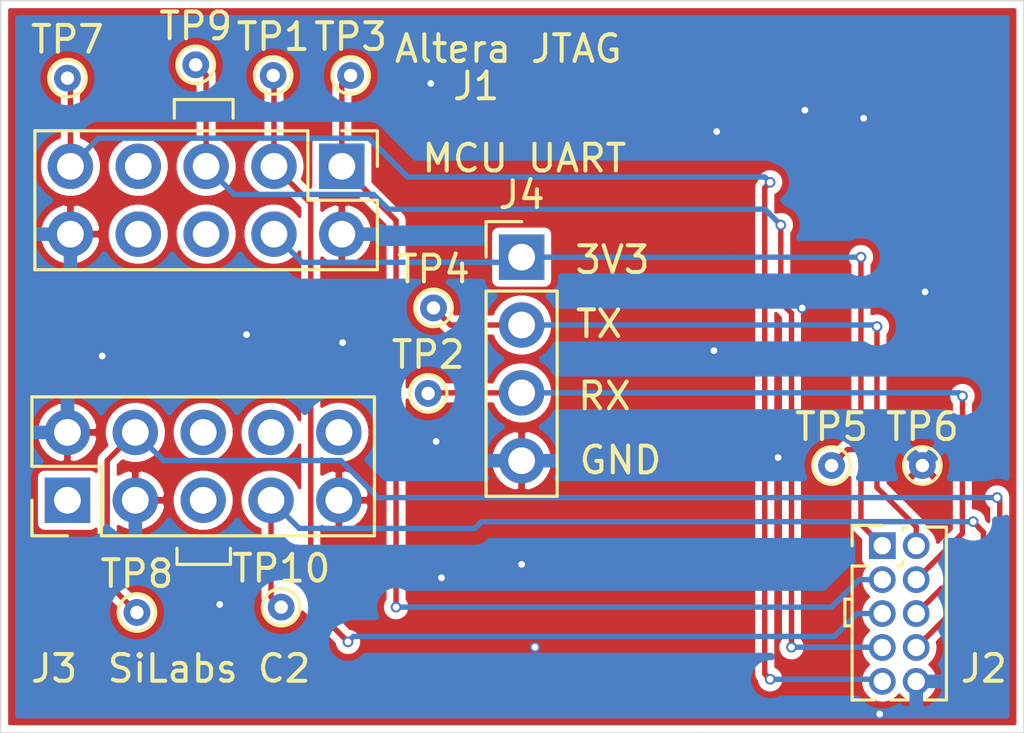
<source format=kicad_pcb>
(kicad_pcb (version 20171130) (host pcbnew 5.1.8-db9833491~88~ubuntu20.04.1)

  (general
    (thickness 1.6)
    (drawings 22)
    (tracks 118)
    (zones 0)
    (modules 14)
    (nets 11)
  )

  (page A4)
  (layers
    (0 F.Cu signal)
    (31 B.Cu signal)
    (32 B.Adhes user)
    (33 F.Adhes user)
    (34 B.Paste user)
    (35 F.Paste user)
    (36 B.SilkS user)
    (37 F.SilkS user)
    (38 B.Mask user)
    (39 F.Mask user)
    (40 Dwgs.User user hide)
    (41 Cmts.User user hide)
    (42 Eco1.User user)
    (43 Eco2.User user)
    (44 Edge.Cuts user)
    (45 Margin user)
    (46 B.CrtYd user)
    (47 F.CrtYd user)
    (48 B.Fab user hide)
    (49 F.Fab user hide)
  )

  (setup
    (last_trace_width 0.2032)
    (user_trace_width 0.1016)
    (user_trace_width 0.2032)
    (trace_clearance 0.1016)
    (zone_clearance 0.508)
    (zone_45_only no)
    (trace_min 0.1016)
    (via_size 0.4)
    (via_drill 0.25)
    (via_min_size 0.4)
    (via_min_drill 0.25)
    (user_via 0.4 0.25)
    (uvia_size 0.3)
    (uvia_drill 0.1)
    (uvias_allowed no)
    (uvia_min_size 0.2)
    (uvia_min_drill 0.1)
    (edge_width 0.05)
    (segment_width 0.2)
    (pcb_text_width 0.3)
    (pcb_text_size 1.5 1.5)
    (mod_edge_width 0.12)
    (mod_text_size 1 1)
    (mod_text_width 0.15)
    (pad_size 1.524 1.524)
    (pad_drill 0.762)
    (pad_to_mask_clearance 0)
    (aux_axis_origin 0 0)
    (grid_origin 42.2 173)
    (visible_elements FFFFFF7F)
    (pcbplotparams
      (layerselection 0x010fc_ffffffff)
      (usegerberextensions true)
      (usegerberattributes true)
      (usegerberadvancedattributes true)
      (creategerberjobfile true)
      (excludeedgelayer true)
      (linewidth 0.100000)
      (plotframeref false)
      (viasonmask false)
      (mode 1)
      (useauxorigin false)
      (hpglpennumber 1)
      (hpglpenspeed 20)
      (hpglpendiameter 15.000000)
      (psnegative false)
      (psa4output false)
      (plotreference true)
      (plotvalue true)
      (plotinvisibletext false)
      (padsonsilk false)
      (subtractmaskfromsilk false)
      (outputformat 1)
      (mirror false)
      (drillshape 0)
      (scaleselection 1)
      (outputdirectory "../../../cam/v2.1_breakout/"))
  )

  (net 0 "")
  (net 1 /GND)
  (net 2 /TDI)
  (net 3 /TMS)
  (net 4 /+3V3)
  (net 5 /TDO)
  (net 6 /TCK)
  (net 7 /C2CK)
  (net 8 /C2D)
  (net 9 /UART0_TX)
  (net 10 /UART0_RX)

  (net_class Default "This is the default net class."
    (clearance 0.1016)
    (trace_width 0.1016)
    (via_dia 0.4)
    (via_drill 0.25)
    (uvia_dia 0.3)
    (uvia_drill 0.1)
    (add_net /+3V3)
    (add_net /C2CK)
    (add_net /C2D)
    (add_net /GND)
    (add_net /TCK)
    (add_net /TDI)
    (add_net /TDO)
    (add_net /TMS)
    (add_net /UART0_RX)
    (add_net /UART0_TX)
  )

  (net_class Wide ""
    (clearance 0.1016)
    (trace_width 0.2032)
    (via_dia 0.4)
    (via_drill 0.25)
    (uvia_dia 0.3)
    (uvia_drill 0.1)
  )

  (module Connector_PinHeader_1.27mm:PinHeader_2x05_P1.27mm_Vertical (layer F.Cu) (tedit 59FED6E3) (tstamp 6002DF53)
    (at 75.2 166)
    (descr "Through hole straight pin header, 2x05, 1.27mm pitch, double rows")
    (tags "Through hole pin header THT 2x05 1.27mm double row")
    (path /615CD619)
    (fp_text reference J2 (at 3.8 4.6) (layer F.SilkS)
      (effects (font (size 1 1) (thickness 0.15)))
    )
    (fp_text value "Julia v2.1.1.0 connector" (at 0.635 6.775) (layer F.Fab)
      (effects (font (size 1 1) (thickness 0.15)))
    )
    (fp_text user %R (at 0.635 2.54 90) (layer F.Fab)
      (effects (font (size 1 1) (thickness 0.15)))
    )
    (fp_line (start -0.2175 -0.635) (end 2.34 -0.635) (layer F.Fab) (width 0.1))
    (fp_line (start 2.34 -0.635) (end 2.34 5.715) (layer F.Fab) (width 0.1))
    (fp_line (start 2.34 5.715) (end -1.07 5.715) (layer F.Fab) (width 0.1))
    (fp_line (start -1.07 5.715) (end -1.07 0.2175) (layer F.Fab) (width 0.1))
    (fp_line (start -1.07 0.2175) (end -0.2175 -0.635) (layer F.Fab) (width 0.1))
    (fp_line (start -1.13 5.775) (end -0.30753 5.775) (layer F.SilkS) (width 0.12))
    (fp_line (start 1.57753 5.775) (end 2.4 5.775) (layer F.SilkS) (width 0.12))
    (fp_line (start 0.30753 5.775) (end 0.96247 5.775) (layer F.SilkS) (width 0.12))
    (fp_line (start -1.13 0.76) (end -1.13 5.775) (layer F.SilkS) (width 0.12))
    (fp_line (start 2.4 -0.695) (end 2.4 5.775) (layer F.SilkS) (width 0.12))
    (fp_line (start -1.13 0.76) (end -0.563471 0.76) (layer F.SilkS) (width 0.12))
    (fp_line (start 0.563471 0.76) (end 0.706529 0.76) (layer F.SilkS) (width 0.12))
    (fp_line (start 0.76 0.706529) (end 0.76 0.563471) (layer F.SilkS) (width 0.12))
    (fp_line (start 0.76 -0.563471) (end 0.76 -0.695) (layer F.SilkS) (width 0.12))
    (fp_line (start 0.76 -0.695) (end 0.96247 -0.695) (layer F.SilkS) (width 0.12))
    (fp_line (start 1.57753 -0.695) (end 2.4 -0.695) (layer F.SilkS) (width 0.12))
    (fp_line (start -1.13 0) (end -1.13 -0.76) (layer F.SilkS) (width 0.12))
    (fp_line (start -1.13 -0.76) (end 0 -0.76) (layer F.SilkS) (width 0.12))
    (fp_line (start -1.6 -1.15) (end -1.6 6.25) (layer F.CrtYd) (width 0.05))
    (fp_line (start -1.6 6.25) (end 2.85 6.25) (layer F.CrtYd) (width 0.05))
    (fp_line (start 2.85 6.25) (end 2.85 -1.15) (layer F.CrtYd) (width 0.05))
    (fp_line (start 2.85 -1.15) (end -1.6 -1.15) (layer F.CrtYd) (width 0.05))
    (pad 10 thru_hole oval (at 1.27 5.08) (size 1 1) (drill 0.65) (layers *.Cu *.Mask)
      (net 1 /GND))
    (pad 9 thru_hole oval (at 0 5.08) (size 1 1) (drill 0.65) (layers *.Cu *.Mask)
      (net 2 /TDI))
    (pad 8 thru_hole oval (at 1.27 3.81) (size 1 1) (drill 0.65) (layers *.Cu *.Mask)
      (net 8 /C2D))
    (pad 7 thru_hole oval (at 0 3.81) (size 1 1) (drill 0.65) (layers *.Cu *.Mask)
      (net 3 /TMS))
    (pad 6 thru_hole oval (at 1.27 2.54) (size 1 1) (drill 0.65) (layers *.Cu *.Mask)
      (net 7 /C2CK))
    (pad 5 thru_hole oval (at 0 2.54) (size 1 1) (drill 0.65) (layers *.Cu *.Mask)
      (net 5 /TDO))
    (pad 4 thru_hole oval (at 1.27 1.27) (size 1 1) (drill 0.65) (layers *.Cu *.Mask)
      (net 10 /UART0_RX))
    (pad 3 thru_hole oval (at 0 1.27) (size 1 1) (drill 0.65) (layers *.Cu *.Mask)
      (net 6 /TCK))
    (pad 2 thru_hole oval (at 1.27 0) (size 1 1) (drill 0.65) (layers *.Cu *.Mask)
      (net 9 /UART0_TX))
    (pad 1 thru_hole rect (at 0 0) (size 1 1) (drill 0.65) (layers *.Cu *.Mask)
      (net 4 /+3V3))
    (model ${KISYS3DMOD}/Connector_PinHeader_1.27mm.3dshapes/PinHeader_2x05_P1.27mm_Vertical.wrl
      (at (xyz 0 0 0))
      (scale (xyz 1 1 1))
      (rotate (xyz 0 0 0))
    )
  )

  (module TestPoint:TestPoint_THTPad_D1.0mm_Drill0.5mm (layer F.Cu) (tedit 5A0F774F) (tstamp 6002EEA3)
    (at 52.7 168.3)
    (descr "THT pad as test Point, diameter 1.0mm, hole diameter 0.5mm")
    (tags "test point THT pad")
    (path /615D37E1)
    (attr virtual)
    (fp_text reference TP10 (at 0 -1.448) (layer F.SilkS)
      (effects (font (size 1 1) (thickness 0.15)))
    )
    (fp_text value TestPoint (at 0 1.55) (layer F.Fab)
      (effects (font (size 1 1) (thickness 0.15)))
    )
    (fp_circle (center 0 0) (end 0 0.7) (layer F.SilkS) (width 0.12))
    (fp_circle (center 0 0) (end 1 0) (layer F.CrtYd) (width 0.05))
    (fp_text user %R (at 0 -1.45) (layer F.Fab)
      (effects (font (size 1 1) (thickness 0.15)))
    )
    (pad 1 thru_hole circle (at 0 0) (size 1 1) (drill 0.5) (layers *.Cu *.Mask)
      (net 7 /C2CK))
  )

  (module TestPoint:TestPoint_THTPad_D1.0mm_Drill0.5mm (layer F.Cu) (tedit 5A0F774F) (tstamp 6002EF18)
    (at 49.5 148)
    (descr "THT pad as test Point, diameter 1.0mm, hole diameter 0.5mm")
    (tags "test point THT pad")
    (path /615D41BF)
    (attr virtual)
    (fp_text reference TP9 (at 0 -1.448) (layer F.SilkS)
      (effects (font (size 1 1) (thickness 0.15)))
    )
    (fp_text value TestPoint (at 0 1.55) (layer F.Fab)
      (effects (font (size 1 1) (thickness 0.15)))
    )
    (fp_circle (center 0 0) (end 0 0.7) (layer F.SilkS) (width 0.12))
    (fp_circle (center 0 0) (end 1 0) (layer F.CrtYd) (width 0.05))
    (fp_text user %R (at 0 -1.45) (layer F.Fab)
      (effects (font (size 1 1) (thickness 0.15)))
    )
    (pad 1 thru_hole circle (at 0 0) (size 1 1) (drill 0.5) (layers *.Cu *.Mask)
      (net 3 /TMS))
  )

  (module TestPoint:TestPoint_THTPad_D1.0mm_Drill0.5mm (layer F.Cu) (tedit 5A0F774F) (tstamp 6002EEB8)
    (at 47.3 168.5)
    (descr "THT pad as test Point, diameter 1.0mm, hole diameter 0.5mm")
    (tags "test point THT pad")
    (path /615D44E7)
    (attr virtual)
    (fp_text reference TP8 (at 0 -1.448) (layer F.SilkS)
      (effects (font (size 1 1) (thickness 0.15)))
    )
    (fp_text value TestPoint (at 0 1.55) (layer F.Fab)
      (effects (font (size 1 1) (thickness 0.15)))
    )
    (fp_circle (center 0 0) (end 0 0.7) (layer F.SilkS) (width 0.12))
    (fp_circle (center 0 0) (end 1 0) (layer F.CrtYd) (width 0.05))
    (fp_text user %R (at 0 -1.45) (layer F.Fab)
      (effects (font (size 1 1) (thickness 0.15)))
    )
    (pad 1 thru_hole circle (at 0 0) (size 1 1) (drill 0.5) (layers *.Cu *.Mask)
      (net 8 /C2D))
  )

  (module TestPoint:TestPoint_THTPad_D1.0mm_Drill0.5mm (layer F.Cu) (tedit 5A0F774F) (tstamp 6002EE2B)
    (at 44.7 148.5)
    (descr "THT pad as test Point, diameter 1.0mm, hole diameter 0.5mm")
    (tags "test point THT pad")
    (path /615D47A1)
    (attr virtual)
    (fp_text reference TP7 (at 0 -1.448) (layer F.SilkS)
      (effects (font (size 1 1) (thickness 0.15)))
    )
    (fp_text value TestPoint (at 0 1.55) (layer F.Fab)
      (effects (font (size 1 1) (thickness 0.15)))
    )
    (fp_circle (center 0 0) (end 0 0.7) (layer F.SilkS) (width 0.12))
    (fp_circle (center 0 0) (end 1 0) (layer F.CrtYd) (width 0.05))
    (fp_text user %R (at 0 -1.45) (layer F.Fab)
      (effects (font (size 1 1) (thickness 0.15)))
    )
    (pad 1 thru_hole circle (at 0 0) (size 1 1) (drill 0.5) (layers *.Cu *.Mask)
      (net 2 /TDI))
  )

  (module TestPoint:TestPoint_THTPad_D1.0mm_Drill0.5mm (layer F.Cu) (tedit 5A0F774F) (tstamp 6002DFBB)
    (at 76.7 163)
    (descr "THT pad as test Point, diameter 1.0mm, hole diameter 0.5mm")
    (tags "test point THT pad")
    (path /615D4ACA)
    (attr virtual)
    (fp_text reference TP6 (at 0 -1.448) (layer F.SilkS)
      (effects (font (size 1 1) (thickness 0.15)))
    )
    (fp_text value TestPoint (at 0 1.55) (layer F.Fab)
      (effects (font (size 1 1) (thickness 0.15)))
    )
    (fp_circle (center 0 0) (end 0 0.7) (layer F.SilkS) (width 0.12))
    (fp_circle (center 0 0) (end 1 0) (layer F.CrtYd) (width 0.05))
    (fp_text user %R (at 0 -1.45) (layer F.Fab)
      (effects (font (size 1 1) (thickness 0.15)))
    )
    (pad 1 thru_hole circle (at 0 0) (size 1 1) (drill 0.5) (layers *.Cu *.Mask)
      (net 1 /GND))
  )

  (module TestPoint:TestPoint_THTPad_D1.0mm_Drill0.5mm (layer F.Cu) (tedit 5A0F774F) (tstamp 6002DFB3)
    (at 73.3 163)
    (descr "THT pad as test Point, diameter 1.0mm, hole diameter 0.5mm")
    (tags "test point THT pad")
    (path /615D4E08)
    (attr virtual)
    (fp_text reference TP5 (at 0 -1.448) (layer F.SilkS)
      (effects (font (size 1 1) (thickness 0.15)))
    )
    (fp_text value TestPoint (at 0 1.55) (layer F.Fab)
      (effects (font (size 1 1) (thickness 0.15)))
    )
    (fp_circle (center 0 0) (end 0 0.7) (layer F.SilkS) (width 0.12))
    (fp_circle (center 0 0) (end 1 0) (layer F.CrtYd) (width 0.05))
    (fp_text user %R (at 0 -1.45) (layer F.Fab)
      (effects (font (size 1 1) (thickness 0.15)))
    )
    (pad 1 thru_hole circle (at 0 0) (size 1 1) (drill 0.5) (layers *.Cu *.Mask)
      (net 4 /+3V3))
  )

  (module TestPoint:TestPoint_THTPad_D1.0mm_Drill0.5mm (layer F.Cu) (tedit 5A0F774F) (tstamp 6002EEFD)
    (at 58.4 157.1)
    (descr "THT pad as test Point, diameter 1.0mm, hole diameter 0.5mm")
    (tags "test point THT pad")
    (path /615D5375)
    (attr virtual)
    (fp_text reference TP4 (at 0 -1.448) (layer F.SilkS)
      (effects (font (size 1 1) (thickness 0.15)))
    )
    (fp_text value TestPoint (at 0 1.55) (layer F.Fab)
      (effects (font (size 1 1) (thickness 0.15)))
    )
    (fp_circle (center 0 0) (end 0 0.7) (layer F.SilkS) (width 0.12))
    (fp_circle (center 0 0) (end 1 0) (layer F.CrtYd) (width 0.05))
    (fp_text user %R (at 0 -1.45) (layer F.Fab)
      (effects (font (size 1 1) (thickness 0.15)))
    )
    (pad 1 thru_hole circle (at 0 0) (size 1 1) (drill 0.5) (layers *.Cu *.Mask)
      (net 9 /UART0_TX))
  )

  (module TestPoint:TestPoint_THTPad_D1.0mm_Drill0.5mm (layer F.Cu) (tedit 5A0F774F) (tstamp 6002EDCE)
    (at 55.3 148.4)
    (descr "THT pad as test Point, diameter 1.0mm, hole diameter 0.5mm")
    (tags "test point THT pad")
    (path /615D56C7)
    (attr virtual)
    (fp_text reference TP3 (at 0 -1.448) (layer F.SilkS)
      (effects (font (size 1 1) (thickness 0.15)))
    )
    (fp_text value TestPoint (at 0 1.55) (layer F.Fab)
      (effects (font (size 1 1) (thickness 0.15)))
    )
    (fp_circle (center 0 0) (end 0 0.7) (layer F.SilkS) (width 0.12))
    (fp_circle (center 0 0) (end 1 0) (layer F.CrtYd) (width 0.05))
    (fp_text user %R (at 0 -1.45) (layer F.Fab)
      (effects (font (size 1 1) (thickness 0.15)))
    )
    (pad 1 thru_hole circle (at 0 0) (size 1 1) (drill 0.5) (layers *.Cu *.Mask)
      (net 6 /TCK))
  )

  (module TestPoint:TestPoint_THTPad_D1.0mm_Drill0.5mm (layer F.Cu) (tedit 5A0F774F) (tstamp 6002EED0)
    (at 58.2 160.3)
    (descr "THT pad as test Point, diameter 1.0mm, hole diameter 0.5mm")
    (tags "test point THT pad")
    (path /615D5A9F)
    (attr virtual)
    (fp_text reference TP2 (at 0 -1.448) (layer F.SilkS)
      (effects (font (size 1 1) (thickness 0.15)))
    )
    (fp_text value TestPoint (at 0 1.55) (layer F.Fab)
      (effects (font (size 1 1) (thickness 0.15)))
    )
    (fp_circle (center 0 0) (end 0 0.7) (layer F.SilkS) (width 0.12))
    (fp_circle (center 0 0) (end 1 0) (layer F.CrtYd) (width 0.05))
    (fp_text user %R (at 0 -1.45) (layer F.Fab)
      (effects (font (size 1 1) (thickness 0.15)))
    )
    (pad 1 thru_hole circle (at 0 0) (size 1 1) (drill 0.5) (layers *.Cu *.Mask)
      (net 10 /UART0_RX))
  )

  (module TestPoint:TestPoint_THTPad_D1.0mm_Drill0.5mm (layer F.Cu) (tedit 5A0F774F) (tstamp 6002EEE5)
    (at 52.4 148.4)
    (descr "THT pad as test Point, diameter 1.0mm, hole diameter 0.5mm")
    (tags "test point THT pad")
    (path /615D5E6F)
    (attr virtual)
    (fp_text reference TP1 (at 0 -1.448) (layer F.SilkS)
      (effects (font (size 1 1) (thickness 0.15)))
    )
    (fp_text value TestPoint (at 0 1.55) (layer F.Fab)
      (effects (font (size 1 1) (thickness 0.15)))
    )
    (fp_circle (center 0 0) (end 0 0.7) (layer F.SilkS) (width 0.12))
    (fp_circle (center 0 0) (end 1 0) (layer F.CrtYd) (width 0.05))
    (fp_text user %R (at 0 -1.45) (layer F.Fab)
      (effects (font (size 1 1) (thickness 0.15)))
    )
    (pad 1 thru_hole circle (at 0 0) (size 1 1) (drill 0.5) (layers *.Cu *.Mask)
      (net 5 /TDO))
  )

  (module Connector_PinHeader_2.54mm:PinHeader_1x04_P2.54mm_Vertical (layer F.Cu) (tedit 59FED5CC) (tstamp 6002EDF3)
    (at 61.7 155.2)
    (descr "Through hole straight pin header, 1x04, 2.54mm pitch, single row")
    (tags "Through hole pin header THT 1x04 2.54mm single row")
    (path /615C5D22)
    (fp_text reference J4 (at 0 -2.33) (layer F.SilkS)
      (effects (font (size 1 1) (thickness 0.15)))
    )
    (fp_text value UART (at 0 9.95) (layer F.Fab)
      (effects (font (size 1 1) (thickness 0.15)))
    )
    (fp_line (start 1.8 -1.8) (end -1.8 -1.8) (layer F.CrtYd) (width 0.05))
    (fp_line (start 1.8 9.4) (end 1.8 -1.8) (layer F.CrtYd) (width 0.05))
    (fp_line (start -1.8 9.4) (end 1.8 9.4) (layer F.CrtYd) (width 0.05))
    (fp_line (start -1.8 -1.8) (end -1.8 9.4) (layer F.CrtYd) (width 0.05))
    (fp_line (start -1.33 -1.33) (end 0 -1.33) (layer F.SilkS) (width 0.12))
    (fp_line (start -1.33 0) (end -1.33 -1.33) (layer F.SilkS) (width 0.12))
    (fp_line (start -1.33 1.27) (end 1.33 1.27) (layer F.SilkS) (width 0.12))
    (fp_line (start 1.33 1.27) (end 1.33 8.95) (layer F.SilkS) (width 0.12))
    (fp_line (start -1.33 1.27) (end -1.33 8.95) (layer F.SilkS) (width 0.12))
    (fp_line (start -1.33 8.95) (end 1.33 8.95) (layer F.SilkS) (width 0.12))
    (fp_line (start -1.27 -0.635) (end -0.635 -1.27) (layer F.Fab) (width 0.1))
    (fp_line (start -1.27 8.89) (end -1.27 -0.635) (layer F.Fab) (width 0.1))
    (fp_line (start 1.27 8.89) (end -1.27 8.89) (layer F.Fab) (width 0.1))
    (fp_line (start 1.27 -1.27) (end 1.27 8.89) (layer F.Fab) (width 0.1))
    (fp_line (start -0.635 -1.27) (end 1.27 -1.27) (layer F.Fab) (width 0.1))
    (fp_text user %R (at 0 3.81 90) (layer F.Fab)
      (effects (font (size 1 1) (thickness 0.15)))
    )
    (pad 4 thru_hole oval (at 0 7.62) (size 1.7 1.7) (drill 1) (layers *.Cu *.Mask)
      (net 1 /GND))
    (pad 3 thru_hole oval (at 0 5.08) (size 1.7 1.7) (drill 1) (layers *.Cu *.Mask)
      (net 10 /UART0_RX))
    (pad 2 thru_hole oval (at 0 2.54) (size 1.7 1.7) (drill 1) (layers *.Cu *.Mask)
      (net 9 /UART0_TX))
    (pad 1 thru_hole rect (at 0 0) (size 1.7 1.7) (drill 1) (layers *.Cu *.Mask)
      (net 4 /+3V3))
    (model ${KISYS3DMOD}/Connector_PinHeader_2.54mm.3dshapes/PinHeader_1x04_P2.54mm_Vertical.wrl
      (at (xyz 0 0 0))
      (scale (xyz 1 1 1))
      (rotate (xyz 0 0 0))
    )
  )

  (module Connector_PinHeader_2.54mm:PinHeader_2x05_P2.54mm_Vertical (layer F.Cu) (tedit 59FED5CC) (tstamp 6002EF48)
    (at 44.7 164.3 90)
    (descr "Through hole straight pin header, 2x05, 2.54mm pitch, double rows")
    (tags "Through hole pin header THT 2x05 2.54mm double row")
    (path /615C1A2D)
    (fp_text reference J3 (at -6.3 -0.5 180) (layer F.SilkS)
      (effects (font (size 1 1) (thickness 0.15)))
    )
    (fp_text value "SiLabs USB Debug Header" (at 1.27 12.49 90) (layer F.Fab)
      (effects (font (size 1 1) (thickness 0.15)))
    )
    (fp_line (start 4.35 -1.8) (end -1.8 -1.8) (layer F.CrtYd) (width 0.05))
    (fp_line (start 4.35 11.95) (end 4.35 -1.8) (layer F.CrtYd) (width 0.05))
    (fp_line (start -1.8 11.95) (end 4.35 11.95) (layer F.CrtYd) (width 0.05))
    (fp_line (start -1.8 -1.8) (end -1.8 11.95) (layer F.CrtYd) (width 0.05))
    (fp_line (start -1.33 -1.33) (end 0 -1.33) (layer F.SilkS) (width 0.12))
    (fp_line (start -1.33 0) (end -1.33 -1.33) (layer F.SilkS) (width 0.12))
    (fp_line (start 1.27 -1.33) (end 3.87 -1.33) (layer F.SilkS) (width 0.12))
    (fp_line (start 1.27 1.27) (end 1.27 -1.33) (layer F.SilkS) (width 0.12))
    (fp_line (start -1.33 1.27) (end 1.27 1.27) (layer F.SilkS) (width 0.12))
    (fp_line (start 3.87 -1.33) (end 3.87 11.49) (layer F.SilkS) (width 0.12))
    (fp_line (start -1.33 1.27) (end -1.33 11.49) (layer F.SilkS) (width 0.12))
    (fp_line (start -1.33 11.49) (end 3.87 11.49) (layer F.SilkS) (width 0.12))
    (fp_line (start -1.27 0) (end 0 -1.27) (layer F.Fab) (width 0.1))
    (fp_line (start -1.27 11.43) (end -1.27 0) (layer F.Fab) (width 0.1))
    (fp_line (start 3.81 11.43) (end -1.27 11.43) (layer F.Fab) (width 0.1))
    (fp_line (start 3.81 -1.27) (end 3.81 11.43) (layer F.Fab) (width 0.1))
    (fp_line (start 0 -1.27) (end 3.81 -1.27) (layer F.Fab) (width 0.1))
    (fp_text user %R (at 1.27 5.08) (layer F.Fab)
      (effects (font (size 1 1) (thickness 0.15)))
    )
    (pad 10 thru_hole oval (at 2.54 10.16 90) (size 1.7 1.7) (drill 1) (layers *.Cu *.Mask))
    (pad 9 thru_hole oval (at 0 10.16 90) (size 1.7 1.7) (drill 1) (layers *.Cu *.Mask)
      (net 1 /GND))
    (pad 8 thru_hole oval (at 2.54 7.62 90) (size 1.7 1.7) (drill 1) (layers *.Cu *.Mask))
    (pad 7 thru_hole oval (at 0 7.62 90) (size 1.7 1.7) (drill 1) (layers *.Cu *.Mask)
      (net 7 /C2CK))
    (pad 6 thru_hole oval (at 2.54 5.08 90) (size 1.7 1.7) (drill 1) (layers *.Cu *.Mask))
    (pad 5 thru_hole oval (at 0 5.08 90) (size 1.7 1.7) (drill 1) (layers *.Cu *.Mask))
    (pad 4 thru_hole oval (at 2.54 2.54 90) (size 1.7 1.7) (drill 1) (layers *.Cu *.Mask)
      (net 8 /C2D))
    (pad 3 thru_hole oval (at 0 2.54 90) (size 1.7 1.7) (drill 1) (layers *.Cu *.Mask)
      (net 1 /GND))
    (pad 2 thru_hole oval (at 2.54 0 90) (size 1.7 1.7) (drill 1) (layers *.Cu *.Mask)
      (net 1 /GND))
    (pad 1 thru_hole rect (at 0 0 90) (size 1.7 1.7) (drill 1) (layers *.Cu *.Mask))
    (model ${KISYS3DMOD}/Connector_PinHeader_2.54mm.3dshapes/PinHeader_2x05_P2.54mm_Vertical.wrl
      (at (xyz 0 0 0))
      (scale (xyz 1 1 1))
      (rotate (xyz 0 0 0))
    )
  )

  (module Connector_PinHeader_2.54mm:PinHeader_2x05_P2.54mm_Vertical (layer F.Cu) (tedit 59FED5CC) (tstamp 6002EE5E)
    (at 54.97 151.8 270)
    (descr "Through hole straight pin header, 2x05, 2.54mm pitch, double rows")
    (tags "Through hole pin header THT 2x05 2.54mm double row")
    (path /615C0E8F)
    (fp_text reference J1 (at -3 -5.03 180) (layer F.SilkS)
      (effects (font (size 1 1) (thickness 0.15)))
    )
    (fp_text value "Altera Byte Blaster" (at 1.27 12.49 90) (layer F.Fab)
      (effects (font (size 1 1) (thickness 0.15)))
    )
    (fp_line (start 4.35 -1.8) (end -1.8 -1.8) (layer F.CrtYd) (width 0.05))
    (fp_line (start 4.35 11.95) (end 4.35 -1.8) (layer F.CrtYd) (width 0.05))
    (fp_line (start -1.8 11.95) (end 4.35 11.95) (layer F.CrtYd) (width 0.05))
    (fp_line (start -1.8 -1.8) (end -1.8 11.95) (layer F.CrtYd) (width 0.05))
    (fp_line (start -1.33 -1.33) (end 0 -1.33) (layer F.SilkS) (width 0.12))
    (fp_line (start -1.33 0) (end -1.33 -1.33) (layer F.SilkS) (width 0.12))
    (fp_line (start 1.27 -1.33) (end 3.87 -1.33) (layer F.SilkS) (width 0.12))
    (fp_line (start 1.27 1.27) (end 1.27 -1.33) (layer F.SilkS) (width 0.12))
    (fp_line (start -1.33 1.27) (end 1.27 1.27) (layer F.SilkS) (width 0.12))
    (fp_line (start 3.87 -1.33) (end 3.87 11.49) (layer F.SilkS) (width 0.12))
    (fp_line (start -1.33 1.27) (end -1.33 11.49) (layer F.SilkS) (width 0.12))
    (fp_line (start -1.33 11.49) (end 3.87 11.49) (layer F.SilkS) (width 0.12))
    (fp_line (start -1.27 0) (end 0 -1.27) (layer F.Fab) (width 0.1))
    (fp_line (start -1.27 11.43) (end -1.27 0) (layer F.Fab) (width 0.1))
    (fp_line (start 3.81 11.43) (end -1.27 11.43) (layer F.Fab) (width 0.1))
    (fp_line (start 3.81 -1.27) (end 3.81 11.43) (layer F.Fab) (width 0.1))
    (fp_line (start 0 -1.27) (end 3.81 -1.27) (layer F.Fab) (width 0.1))
    (fp_text user %R (at 1.27 5.08) (layer F.Fab)
      (effects (font (size 1 1) (thickness 0.15)))
    )
    (pad 10 thru_hole oval (at 2.54 10.16 270) (size 1.7 1.7) (drill 1) (layers *.Cu *.Mask)
      (net 1 /GND))
    (pad 9 thru_hole oval (at 0 10.16 270) (size 1.7 1.7) (drill 1) (layers *.Cu *.Mask)
      (net 2 /TDI))
    (pad 8 thru_hole oval (at 2.54 7.62 270) (size 1.7 1.7) (drill 1) (layers *.Cu *.Mask))
    (pad 7 thru_hole oval (at 0 7.62 270) (size 1.7 1.7) (drill 1) (layers *.Cu *.Mask))
    (pad 6 thru_hole oval (at 2.54 5.08 270) (size 1.7 1.7) (drill 1) (layers *.Cu *.Mask))
    (pad 5 thru_hole oval (at 0 5.08 270) (size 1.7 1.7) (drill 1) (layers *.Cu *.Mask)
      (net 3 /TMS))
    (pad 4 thru_hole oval (at 2.54 2.54 270) (size 1.7 1.7) (drill 1) (layers *.Cu *.Mask)
      (net 4 /+3V3))
    (pad 3 thru_hole oval (at 0 2.54 270) (size 1.7 1.7) (drill 1) (layers *.Cu *.Mask)
      (net 5 /TDO))
    (pad 2 thru_hole oval (at 2.54 0 270) (size 1.7 1.7) (drill 1) (layers *.Cu *.Mask)
      (net 1 /GND))
    (pad 1 thru_hole rect (at 0 0 270) (size 1.7 1.7) (drill 1) (layers *.Cu *.Mask)
      (net 6 /TCK))
    (model ${KISYS3DMOD}/Connector_PinHeader_2.54mm.3dshapes/PinHeader_2x05_P2.54mm_Vertical.wrl
      (at (xyz 0 0 0))
      (scale (xyz 1 1 1))
      (rotate (xyz 0 0 0))
    )
  )

  (gr_line (start 73.8 169) (end 74 169) (layer F.SilkS) (width 0.12))
  (gr_line (start 73.8 168) (end 73.8 169) (layer F.SilkS) (width 0.12))
  (gr_line (start 74 168) (end 73.8 168) (layer F.SilkS) (width 0.12))
  (gr_text GND (at 65.4 162.8) (layer F.SilkS) (tstamp 6002EF87)
    (effects (font (size 1 1) (thickness 0.15)))
  )
  (gr_text 3V3 (at 65.1 155.3) (layer F.SilkS) (tstamp 6002EF0F)
    (effects (font (size 1 1) (thickness 0.15)))
  )
  (gr_text RX (at 64.8 160.4) (layer F.SilkS) (tstamp 6002EEF4)
    (effects (font (size 1 1) (thickness 0.15)))
  )
  (gr_text TX (at 64.6 157.7) (layer F.SilkS) (tstamp 6002EF0C)
    (effects (font (size 1 1) (thickness 0.15)))
  )
  (gr_text "MCU UART" (at 61.8 151.5) (layer F.SilkS) (tstamp 6002EDBC)
    (effects (font (size 1 1) (thickness 0.15)))
  )
  (gr_line (start 50.8 166.7) (end 50.8 166.1) (layer F.SilkS) (width 0.12) (tstamp 6002EEC7))
  (gr_line (start 48.8 166.7) (end 50.8 166.7) (layer F.SilkS) (width 0.12) (tstamp 6002EDBF))
  (gr_line (start 48.8 166.1) (end 48.8 166.7) (layer F.SilkS) (width 0.12) (tstamp 6002EDC5))
  (gr_line (start 50.9 149.3) (end 50.9 150) (layer F.SilkS) (width 0.12) (tstamp 6002EDC2))
  (gr_line (start 48.7 149.3) (end 50.9 149.3) (layer F.SilkS) (width 0.12) (tstamp 6002EE3D))
  (gr_line (start 48.7 150) (end 48.7 149.3) (layer F.SilkS) (width 0.12) (tstamp 6002EE22))
  (gr_text "SiLabs C2" (at 50 170.6) (layer F.SilkS) (tstamp 6002EE3A)
    (effects (font (size 1 1) (thickness 0.15)))
  )
  (gr_text "Altera JTAG" (at 61.2 147.4) (layer F.SilkS) (tstamp 6002EF27)
    (effects (font (size 1 1) (thickness 0.15)))
  )
  (gr_line (start 42.2 173) (end 68.5 173) (layer Edge.Cuts) (width 0.05) (tstamp 6002E9F3))
  (gr_line (start 42.2 172.5) (end 42.2 173) (layer Edge.Cuts) (width 0.05))
  (gr_line (start 42.2 145.6) (end 42.2 172.5) (layer Edge.Cuts) (width 0.05))
  (gr_line (start 80.5 145.6) (end 42.2 145.6) (layer Edge.Cuts) (width 0.05))
  (gr_line (start 80.5 173) (end 80.5 145.6) (layer Edge.Cuts) (width 0.05))
  (gr_line (start 68.5 173) (end 80.5 173) (layer Edge.Cuts) (width 0.05))

  (via (at 75.1 172.3) (size 0.4) (drill 0.25) (layers F.Cu B.Cu) (net 1))
  (via (at 62.2 169.8) (size 0.4) (drill 0.25) (layers F.Cu B.Cu) (net 1))
  (via (at 69 150.5) (size 0.4) (drill 0.25) (layers F.Cu B.Cu) (net 1))
  (via (at 46 158.9) (size 0.4) (drill 0.25) (layers F.Cu B.Cu) (net 1))
  (via (at 58.7 167.2) (size 0.4) (drill 0.25) (layers F.Cu B.Cu) (net 1))
  (via (at 58.3 148.7) (size 0.4) (drill 0.25) (layers F.Cu B.Cu) (net 1))
  (via (at 68.9 158.7) (size 0.4) (drill 0.25) (layers F.Cu B.Cu) (net 1))
  (via (at 71.3 162.7) (size 0.4) (drill 0.25) (layers F.Cu B.Cu) (net 1))
  (via (at 74.5 150) (size 0.4) (drill 0.25) (layers F.Cu B.Cu) (net 1))
  (via (at 72.2 157.1) (size 0.4) (drill 0.25) (layers F.Cu B.Cu) (net 1))
  (via (at 72.3 149.7) (size 0.4) (drill 0.25) (layers F.Cu B.Cu) (net 1))
  (via (at 76.8 156.5) (size 0.4) (drill 0.25) (layers F.Cu B.Cu) (net 1))
  (via (at 61.7 166.7) (size 0.4) (drill 0.25) (layers F.Cu B.Cu) (net 1))
  (via (at 50.4 168.2) (size 0.4) (drill 0.25) (layers F.Cu B.Cu) (net 1))
  (via (at 55 158.4) (size 0.4) (drill 0.25) (layers F.Cu B.Cu) (net 1))
  (via (at 51.4 158.1) (size 0.4) (drill 0.25) (layers F.Cu B.Cu) (net 1))
  (via (at 58.5 162.1) (size 0.4) (drill 0.25) (layers F.Cu B.Cu) (net 1))
  (segment (start 44.81 148.61) (end 44.7 148.5) (width 0.2032) (layer F.Cu) (net 2))
  (segment (start 44.81 151.8) (end 44.81 148.61) (width 0.2032) (layer F.Cu) (net 2))
  (segment (start 45.863201 150.746799) (end 44.81 151.8) (width 0.2032) (layer B.Cu) (net 2))
  (segment (start 55.982561 150.746799) (end 45.863201 150.746799) (width 0.2032) (layer B.Cu) (net 2))
  (segment (start 57.435762 152.2) (end 55.982561 150.746799) (width 0.2032) (layer B.Cu) (net 2))
  (via (at 71 152.4) (size 0.4) (drill 0.25) (layers F.Cu B.Cu) (net 2))
  (segment (start 70.8 152.2) (end 71 152.4) (width 0.2032) (layer B.Cu) (net 2))
  (segment (start 57.435762 152.2) (end 70.8 152.2) (width 0.2032) (layer B.Cu) (net 2))
  (via (at 71 171) (size 0.4) (drill 0.25) (layers F.Cu B.Cu) (net 2))
  (segment (start 70.800001 170.800001) (end 71 171) (width 0.2032) (layer F.Cu) (net 2))
  (segment (start 70.800001 152.599999) (end 70.800001 170.800001) (width 0.2032) (layer F.Cu) (net 2))
  (segment (start 71 152.4) (end 70.800001 152.599999) (width 0.2032) (layer F.Cu) (net 2))
  (segment (start 75.12 171) (end 75.2 171.08) (width 0.2032) (layer B.Cu) (net 2))
  (segment (start 71 171) (end 75.12 171) (width 0.2032) (layer B.Cu) (net 2))
  (segment (start 49.89 148.39) (end 49.5 148) (width 0.2032) (layer F.Cu) (net 3))
  (segment (start 49.89 151.8) (end 49.89 148.39) (width 0.2032) (layer F.Cu) (net 3))
  (segment (start 50.943201 152.853201) (end 49.89 151.8) (width 0.2032) (layer B.Cu) (net 3))
  (segment (start 56.153201 152.853201) (end 50.943201 152.853201) (width 0.2032) (layer B.Cu) (net 3))
  (segment (start 56.703201 153.403201) (end 56.153201 152.853201) (width 0.2032) (layer B.Cu) (net 3))
  (via (at 71.4 154) (size 0.4) (drill 0.25) (layers F.Cu B.Cu) (net 3))
  (segment (start 70.803201 153.403201) (end 71.4 154) (width 0.2032) (layer B.Cu) (net 3))
  (segment (start 56.703201 153.403201) (end 70.803201 153.403201) (width 0.2032) (layer B.Cu) (net 3))
  (via (at 71.8 169.8) (size 0.4) (drill 0.25) (layers F.Cu B.Cu) (net 3))
  (segment (start 71.8 157.296738) (end 71.8 169.8) (width 0.2032) (layer F.Cu) (net 3))
  (segment (start 71.4 156.896738) (end 71.8 157.296738) (width 0.2032) (layer F.Cu) (net 3))
  (segment (start 71.4 154) (end 71.4 156.896738) (width 0.2032) (layer F.Cu) (net 3))
  (segment (start 75.19 169.8) (end 75.2 169.81) (width 0.2032) (layer B.Cu) (net 3))
  (segment (start 71.8 169.8) (end 75.19 169.8) (width 0.2032) (layer B.Cu) (net 3))
  (segment (start 61.506799 155.393201) (end 61.7 155.2) (width 0.2032) (layer B.Cu) (net 4))
  (segment (start 53.483201 155.393201) (end 61.506799 155.393201) (width 0.2032) (layer B.Cu) (net 4))
  (segment (start 52.43 154.34) (end 53.483201 155.393201) (width 0.2032) (layer B.Cu) (net 4))
  (segment (start 61.7 155.2) (end 69.5 155.2) (width 0.2032) (layer B.Cu) (net 4))
  (via (at 74.4 155.2) (size 0.4) (drill 0.25) (layers F.Cu B.Cu) (net 4))
  (segment (start 69.5 155.2) (end 74.4 155.2) (width 0.2032) (layer B.Cu) (net 4))
  (segment (start 74.4 165.2) (end 75.2 166) (width 0.2032) (layer F.Cu) (net 4))
  (segment (start 73.9 162.4) (end 73.3 163) (width 0.2032) (layer F.Cu) (net 4))
  (segment (start 74.4 162.4) (end 73.9 162.4) (width 0.2032) (layer F.Cu) (net 4))
  (segment (start 74.4 155.2) (end 74.4 162.4) (width 0.2032) (layer F.Cu) (net 4))
  (segment (start 74.4 162.4) (end 74.4 165.2) (width 0.2032) (layer F.Cu) (net 4))
  (segment (start 52.43 148.43) (end 52.4 148.4) (width 0.2032) (layer F.Cu) (net 5))
  (segment (start 52.43 151.8) (end 52.43 148.43) (width 0.2032) (layer F.Cu) (net 5))
  (segment (start 53.806799 153.176799) (end 53.806799 168.206799) (width 0.2032) (layer F.Cu) (net 5))
  (segment (start 52.43 151.8) (end 53.806799 153.176799) (width 0.2032) (layer F.Cu) (net 5))
  (segment (start 53.806799 168.206799) (end 55.2 169.6) (width 0.2032) (layer F.Cu) (net 5))
  (via (at 55.2 169.6) (size 0.4) (drill 0.25) (layers F.Cu B.Cu) (net 5))
  (segment (start 74.26 168.54) (end 75.2 168.54) (width 0.2032) (layer B.Cu) (net 5))
  (segment (start 73.403201 169.396799) (end 74.26 168.54) (width 0.2032) (layer B.Cu) (net 5))
  (segment (start 55.403201 169.396799) (end 73.403201 169.396799) (width 0.2032) (layer B.Cu) (net 5))
  (segment (start 55.2 169.6) (end 55.403201 169.396799) (width 0.2032) (layer B.Cu) (net 5))
  (segment (start 54.97 148.73) (end 55.3 148.4) (width 0.2032) (layer F.Cu) (net 6))
  (segment (start 54.97 151.8) (end 54.97 148.73) (width 0.2032) (layer F.Cu) (net 6))
  (segment (start 54.97 151.8) (end 57 153.83) (width 0.2032) (layer F.Cu) (net 6))
  (segment (start 57 153.83) (end 57 168.3) (width 0.2032) (layer F.Cu) (net 6))
  (via (at 57 168.3) (size 0.4) (drill 0.25) (layers F.Cu B.Cu) (net 6))
  (segment (start 74.33 167.27) (end 75.2 167.27) (width 0.2032) (layer B.Cu) (net 6))
  (segment (start 73.3 168.3) (end 74.33 167.27) (width 0.2032) (layer B.Cu) (net 6))
  (segment (start 57 168.3) (end 73.3 168.3) (width 0.2032) (layer B.Cu) (net 6))
  (segment (start 52.32 167.92) (end 52.7 168.3) (width 0.2032) (layer F.Cu) (net 7))
  (segment (start 52.32 164.3) (end 52.32 167.92) (width 0.2032) (layer F.Cu) (net 7))
  (via (at 78.6 165.1) (size 0.4) (drill 0.25) (layers F.Cu B.Cu) (net 7))
  (segment (start 53.373201 165.353201) (end 52.32 164.3) (width 0.2032) (layer B.Cu) (net 7))
  (segment (start 59.950061 165.353201) (end 53.373201 165.353201) (width 0.2032) (layer B.Cu) (net 7))
  (segment (start 60.203262 165.1) (end 59.950061 165.353201) (width 0.2032) (layer B.Cu) (net 7))
  (segment (start 78.6 165.1) (end 60.203262 165.1) (width 0.2032) (layer B.Cu) (net 7))
  (segment (start 77.41 167.6) (end 76.47 168.54) (width 0.2032) (layer F.Cu) (net 7))
  (segment (start 78.68557 167.6) (end 77.41 167.6) (width 0.2032) (layer F.Cu) (net 7))
  (segment (start 78.98557 167.3) (end 78.68557 167.6) (width 0.2032) (layer F.Cu) (net 7))
  (segment (start 78.98557 165.5) (end 78.98557 167.3) (width 0.2032) (layer F.Cu) (net 7))
  (segment (start 78.78879 165.30322) (end 78.98557 165.5) (width 0.2032) (layer F.Cu) (net 7))
  (segment (start 78.78879 165.28879) (end 78.78879 165.30322) (width 0.2032) (layer F.Cu) (net 7))
  (segment (start 78.6 165.1) (end 78.78879 165.28879) (width 0.2032) (layer F.Cu) (net 7))
  (segment (start 46.186799 167.386799) (end 47.3 168.5) (width 0.2032) (layer F.Cu) (net 8))
  (segment (start 46.186799 162.813201) (end 46.186799 167.386799) (width 0.2032) (layer F.Cu) (net 8))
  (segment (start 47.24 161.76) (end 46.186799 162.813201) (width 0.2032) (layer F.Cu) (net 8))
  (via (at 79.4968 164.2) (size 0.4) (drill 0.25) (layers F.Cu B.Cu) (net 8))
  (segment (start 48.293201 162.813201) (end 47.24 161.76) (width 0.2032) (layer B.Cu) (net 8))
  (segment (start 54.931939 162.813201) (end 48.293201 162.813201) (width 0.2032) (layer B.Cu) (net 8))
  (segment (start 56.318738 164.2) (end 54.931939 162.813201) (width 0.2032) (layer B.Cu) (net 8))
  (segment (start 79.4968 164.2) (end 56.318738 164.2) (width 0.2032) (layer B.Cu) (net 8))
  (segment (start 77.68 168.6) (end 76.47 169.81) (width 0.2032) (layer F.Cu) (net 8))
  (segment (start 79.29519 168.6) (end 77.68 168.6) (width 0.2032) (layer F.Cu) (net 8))
  (segment (start 79.59519 168.3) (end 79.29519 168.6) (width 0.2032) (layer F.Cu) (net 8))
  (segment (start 79.59519 164.29839) (end 79.59519 168.3) (width 0.2032) (layer F.Cu) (net 8))
  (segment (start 79.4968 164.2) (end 79.59519 164.29839) (width 0.2032) (layer F.Cu) (net 8))
  (segment (start 59.04 157.74) (end 58.4 157.1) (width 0.2032) (layer F.Cu) (net 9))
  (segment (start 61.7 157.74) (end 59.04 157.74) (width 0.2032) (layer F.Cu) (net 9))
  (via (at 75 157.8) (size 0.4) (drill 0.25) (layers F.Cu B.Cu) (net 9))
  (segment (start 74.94 157.74) (end 75 157.8) (width 0.2032) (layer B.Cu) (net 9))
  (segment (start 61.7 157.74) (end 74.94 157.74) (width 0.2032) (layer B.Cu) (net 9))
  (segment (start 76.47 165.292894) (end 76.47 166) (width 0.2032) (layer F.Cu) (net 9))
  (segment (start 75 163.822894) (end 76.47 165.292894) (width 0.2032) (layer F.Cu) (net 9))
  (segment (start 75 157.8) (end 75 163.822894) (width 0.2032) (layer F.Cu) (net 9))
  (segment (start 58.22 160.28) (end 58.2 160.3) (width 0.2032) (layer F.Cu) (net 10))
  (segment (start 61.7 160.28) (end 58.22 160.28) (width 0.2032) (layer F.Cu) (net 10))
  (via (at 78.2 160.4) (size 0.4) (drill 0.25) (layers F.Cu B.Cu) (net 10))
  (segment (start 78.08 160.28) (end 78.2 160.4) (width 0.2032) (layer B.Cu) (net 10))
  (segment (start 61.7 160.28) (end 78.08 160.28) (width 0.2032) (layer B.Cu) (net 10))
  (segment (start 78.2 160.4) (end 78.2 163.4) (width 0.2032) (layer F.Cu) (net 10))
  (segment (start 78.196799 165.543201) (end 76.47 167.27) (width 0.2032) (layer F.Cu) (net 10))
  (segment (start 78.196799 163.403201) (end 78.196799 165.543201) (width 0.2032) (layer F.Cu) (net 10))
  (segment (start 78.2 163.4) (end 78.196799 163.403201) (width 0.2032) (layer F.Cu) (net 10))

  (zone (net 1) (net_name /GND) (layer F.Cu) (tstamp 600F5F67) (hatch edge 0.508)
    (connect_pads (clearance 0.254))
    (min_thickness 0.127)
    (fill yes (arc_segments 32) (thermal_gap 0.254) (thermal_bridge_width 0.254))
    (polygon
      (pts
        (xy 80.5 173) (xy 42.2 173) (xy 42.2 145.6) (xy 80.5 145.6)
      )
    )
    (filled_polygon
      (pts
        (xy 80.1575 172.6575) (xy 42.5425 172.6575) (xy 42.5425 163.45) (xy 43.530964 163.45) (xy 43.530964 165.15)
        (xy 43.537094 165.212241) (xy 43.555249 165.27209) (xy 43.584731 165.327247) (xy 43.624407 165.375593) (xy 43.672753 165.415269)
        (xy 43.72791 165.444751) (xy 43.787759 165.462906) (xy 43.85 165.469036) (xy 45.55 165.469036) (xy 45.612241 165.462906)
        (xy 45.67209 165.444751) (xy 45.727247 165.415269) (xy 45.7677 165.382071) (xy 45.7677 167.366209) (xy 45.765672 167.386799)
        (xy 45.773764 167.468956) (xy 45.797729 167.547957) (xy 45.830411 167.6091) (xy 45.836646 167.620765) (xy 45.889018 167.684581)
        (xy 45.905005 167.697701) (xy 46.506439 168.299135) (xy 46.4825 168.419483) (xy 46.4825 168.580517) (xy 46.513916 168.738456)
        (xy 46.57554 168.887232) (xy 46.665006 169.021126) (xy 46.778874 169.134994) (xy 46.912768 169.22446) (xy 47.061544 169.286084)
        (xy 47.219483 169.3175) (xy 47.380517 169.3175) (xy 47.538456 169.286084) (xy 47.687232 169.22446) (xy 47.821126 169.134994)
        (xy 47.934994 169.021126) (xy 48.02446 168.887232) (xy 48.086084 168.738456) (xy 48.1175 168.580517) (xy 48.1175 168.419483)
        (xy 48.086084 168.261544) (xy 48.02446 168.112768) (xy 47.934994 167.978874) (xy 47.821126 167.865006) (xy 47.687232 167.77554)
        (xy 47.538456 167.713916) (xy 47.380517 167.6825) (xy 47.219483 167.6825) (xy 47.099135 167.706439) (xy 46.605899 167.213203)
        (xy 46.605899 165.28026) (xy 46.606147 165.280457) (xy 46.809604 165.385276) (xy 46.994915 165.441486) (xy 47.1765 165.386271)
        (xy 47.1765 164.3635) (xy 47.3035 164.3635) (xy 47.3035 165.386271) (xy 47.485085 165.441486) (xy 47.670396 165.385276)
        (xy 47.873853 165.280457) (xy 48.052951 165.137959) (xy 48.200808 164.963259) (xy 48.311742 164.76307) (xy 48.381489 164.545086)
        (xy 48.3264 164.3635) (xy 47.3035 164.3635) (xy 47.1765 164.3635) (xy 47.1565 164.3635) (xy 47.1565 164.2365)
        (xy 47.1765 164.2365) (xy 47.1765 163.213729) (xy 47.3035 163.213729) (xy 47.3035 164.2365) (xy 48.3264 164.2365)
        (xy 48.34202 164.185011) (xy 48.6125 164.185011) (xy 48.6125 164.414989) (xy 48.657366 164.640547) (xy 48.745375 164.853019)
        (xy 48.873144 165.044238) (xy 49.035762 165.206856) (xy 49.226981 165.334625) (xy 49.439453 165.422634) (xy 49.665011 165.4675)
        (xy 49.894989 165.4675) (xy 50.120547 165.422634) (xy 50.333019 165.334625) (xy 50.524238 165.206856) (xy 50.686856 165.044238)
        (xy 50.814625 164.853019) (xy 50.902634 164.640547) (xy 50.9475 164.414989) (xy 50.9475 164.185011) (xy 50.902634 163.959453)
        (xy 50.814625 163.746981) (xy 50.686856 163.555762) (xy 50.524238 163.393144) (xy 50.333019 163.265375) (xy 50.120547 163.177366)
        (xy 49.894989 163.1325) (xy 49.665011 163.1325) (xy 49.439453 163.177366) (xy 49.226981 163.265375) (xy 49.035762 163.393144)
        (xy 48.873144 163.555762) (xy 48.745375 163.746981) (xy 48.657366 163.959453) (xy 48.6125 164.185011) (xy 48.34202 164.185011)
        (xy 48.381489 164.054914) (xy 48.311742 163.83693) (xy 48.200808 163.636741) (xy 48.052951 163.462041) (xy 47.873853 163.319543)
        (xy 47.670396 163.214724) (xy 47.485085 163.158514) (xy 47.3035 163.213729) (xy 47.1765 163.213729) (xy 46.994915 163.158514)
        (xy 46.809604 163.214724) (xy 46.606147 163.319543) (xy 46.605899 163.31974) (xy 46.605899 162.986797) (xy 46.765534 162.827163)
        (xy 46.899453 162.882634) (xy 47.125011 162.9275) (xy 47.354989 162.9275) (xy 47.580547 162.882634) (xy 47.793019 162.794625)
        (xy 47.984238 162.666856) (xy 48.146856 162.504238) (xy 48.274625 162.313019) (xy 48.362634 162.100547) (xy 48.4075 161.874989)
        (xy 48.4075 161.645011) (xy 48.6125 161.645011) (xy 48.6125 161.874989) (xy 48.657366 162.100547) (xy 48.745375 162.313019)
        (xy 48.873144 162.504238) (xy 49.035762 162.666856) (xy 49.226981 162.794625) (xy 49.439453 162.882634) (xy 49.665011 162.9275)
        (xy 49.894989 162.9275) (xy 50.120547 162.882634) (xy 50.333019 162.794625) (xy 50.524238 162.666856) (xy 50.686856 162.504238)
        (xy 50.814625 162.313019) (xy 50.902634 162.100547) (xy 50.9475 161.874989) (xy 50.9475 161.645011) (xy 51.1525 161.645011)
        (xy 51.1525 161.874989) (xy 51.197366 162.100547) (xy 51.285375 162.313019) (xy 51.413144 162.504238) (xy 51.575762 162.666856)
        (xy 51.766981 162.794625) (xy 51.979453 162.882634) (xy 52.205011 162.9275) (xy 52.434989 162.9275) (xy 52.660547 162.882634)
        (xy 52.873019 162.794625) (xy 53.064238 162.666856) (xy 53.226856 162.504238) (xy 53.354625 162.313019) (xy 53.3877 162.23317)
        (xy 53.3877 163.82683) (xy 53.354625 163.746981) (xy 53.226856 163.555762) (xy 53.064238 163.393144) (xy 52.873019 163.265375)
        (xy 52.660547 163.177366) (xy 52.434989 163.1325) (xy 52.205011 163.1325) (xy 51.979453 163.177366) (xy 51.766981 163.265375)
        (xy 51.575762 163.393144) (xy 51.413144 163.555762) (xy 51.285375 163.746981) (xy 51.197366 163.959453) (xy 51.1525 164.185011)
        (xy 51.1525 164.414989) (xy 51.197366 164.640547) (xy 51.285375 164.853019) (xy 51.413144 165.044238) (xy 51.575762 165.206856)
        (xy 51.766981 165.334625) (xy 51.9009 165.390096) (xy 51.900901 167.89941) (xy 51.898873 167.92) (xy 51.906965 168.002157)
        (xy 51.920303 168.046125) (xy 51.913916 168.061544) (xy 51.8825 168.219483) (xy 51.8825 168.380517) (xy 51.913916 168.538456)
        (xy 51.97554 168.687232) (xy 52.065006 168.821126) (xy 52.178874 168.934994) (xy 52.312768 169.02446) (xy 52.461544 169.086084)
        (xy 52.619483 169.1175) (xy 52.780517 169.1175) (xy 52.938456 169.086084) (xy 53.087232 169.02446) (xy 53.221126 168.934994)
        (xy 53.334994 168.821126) (xy 53.42446 168.687232) (xy 53.486084 168.538456) (xy 53.495982 168.488696) (xy 53.509018 168.504581)
        (xy 53.525005 168.517701) (xy 54.688516 169.681213) (xy 54.702387 169.750949) (xy 54.741397 169.845128) (xy 54.798031 169.929887)
        (xy 54.870113 170.001969) (xy 54.954872 170.058603) (xy 55.049051 170.097613) (xy 55.149031 170.1175) (xy 55.250969 170.1175)
        (xy 55.350949 170.097613) (xy 55.445128 170.058603) (xy 55.529887 170.001969) (xy 55.601969 169.929887) (xy 55.658603 169.845128)
        (xy 55.697613 169.750949) (xy 55.7175 169.650969) (xy 55.7175 169.549031) (xy 55.697613 169.449051) (xy 55.658603 169.354872)
        (xy 55.601969 169.270113) (xy 55.529887 169.198031) (xy 55.445128 169.141397) (xy 55.350949 169.102387) (xy 55.281213 169.088516)
        (xy 54.225899 168.033203) (xy 54.225899 165.28026) (xy 54.226147 165.280457) (xy 54.429604 165.385276) (xy 54.614915 165.441486)
        (xy 54.7965 165.386271) (xy 54.7965 164.3635) (xy 54.9235 164.3635) (xy 54.9235 165.386271) (xy 55.105085 165.441486)
        (xy 55.290396 165.385276) (xy 55.493853 165.280457) (xy 55.672951 165.137959) (xy 55.820808 164.963259) (xy 55.931742 164.76307)
        (xy 56.001489 164.545086) (xy 55.9464 164.3635) (xy 54.9235 164.3635) (xy 54.7965 164.3635) (xy 54.7765 164.3635)
        (xy 54.7765 164.2365) (xy 54.7965 164.2365) (xy 54.7965 163.213729) (xy 54.9235 163.213729) (xy 54.9235 164.2365)
        (xy 55.9464 164.2365) (xy 56.001489 164.054914) (xy 55.931742 163.83693) (xy 55.820808 163.636741) (xy 55.672951 163.462041)
        (xy 55.493853 163.319543) (xy 55.290396 163.214724) (xy 55.105085 163.158514) (xy 54.9235 163.213729) (xy 54.7965 163.213729)
        (xy 54.614915 163.158514) (xy 54.429604 163.214724) (xy 54.226147 163.319543) (xy 54.225899 163.31974) (xy 54.225899 162.740448)
        (xy 54.306981 162.794625) (xy 54.519453 162.882634) (xy 54.745011 162.9275) (xy 54.974989 162.9275) (xy 55.200547 162.882634)
        (xy 55.413019 162.794625) (xy 55.604238 162.666856) (xy 55.766856 162.504238) (xy 55.894625 162.313019) (xy 55.982634 162.100547)
        (xy 56.0275 161.874989) (xy 56.0275 161.645011) (xy 55.982634 161.419453) (xy 55.894625 161.206981) (xy 55.766856 161.015762)
        (xy 55.604238 160.853144) (xy 55.413019 160.725375) (xy 55.200547 160.637366) (xy 54.974989 160.5925) (xy 54.745011 160.5925)
        (xy 54.519453 160.637366) (xy 54.306981 160.725375) (xy 54.225899 160.779552) (xy 54.225899 155.232739) (xy 54.336147 155.320457)
        (xy 54.539604 155.425276) (xy 54.724915 155.481486) (xy 54.9065 155.426271) (xy 54.9065 154.4035) (xy 55.0335 154.4035)
        (xy 55.0335 155.426271) (xy 55.215085 155.481486) (xy 55.400396 155.425276) (xy 55.603853 155.320457) (xy 55.782951 155.177959)
        (xy 55.930808 155.003259) (xy 56.041742 154.80307) (xy 56.111489 154.585086) (xy 56.0564 154.4035) (xy 55.0335 154.4035)
        (xy 54.9065 154.4035) (xy 54.8865 154.4035) (xy 54.8865 154.2765) (xy 54.9065 154.2765) (xy 54.9065 153.253729)
        (xy 55.0335 153.253729) (xy 55.0335 154.2765) (xy 56.0564 154.2765) (xy 56.111489 154.094914) (xy 56.041742 153.87693)
        (xy 55.930808 153.676741) (xy 55.782951 153.502041) (xy 55.603853 153.359543) (xy 55.400396 153.254724) (xy 55.215085 153.198514)
        (xy 55.0335 153.253729) (xy 54.9065 153.253729) (xy 54.724915 153.198514) (xy 54.539604 153.254724) (xy 54.336147 153.359543)
        (xy 54.225899 153.447261) (xy 54.225899 153.197379) (xy 54.227926 153.176799) (xy 54.219834 153.094641) (xy 54.19587 153.015641)
        (xy 54.170959 152.969036) (xy 55.54634 152.969036) (xy 56.5809 154.003597) (xy 56.580901 167.99575) (xy 56.541397 168.054872)
        (xy 56.502387 168.149051) (xy 56.4825 168.249031) (xy 56.4825 168.350969) (xy 56.502387 168.450949) (xy 56.541397 168.545128)
        (xy 56.598031 168.629887) (xy 56.670113 168.701969) (xy 56.754872 168.758603) (xy 56.849051 168.797613) (xy 56.949031 168.8175)
        (xy 57.050969 168.8175) (xy 57.150949 168.797613) (xy 57.245128 168.758603) (xy 57.329887 168.701969) (xy 57.401969 168.629887)
        (xy 57.458603 168.545128) (xy 57.497613 168.450949) (xy 57.5175 168.350969) (xy 57.5175 168.249031) (xy 57.497613 168.149051)
        (xy 57.458603 168.054872) (xy 57.4191 167.995751) (xy 57.4191 163.065085) (xy 60.558514 163.065085) (xy 60.614724 163.250396)
        (xy 60.719543 163.453853) (xy 60.862041 163.632951) (xy 61.036741 163.780808) (xy 61.23693 163.891742) (xy 61.454914 163.961489)
        (xy 61.6365 163.9064) (xy 61.6365 162.8835) (xy 61.7635 162.8835) (xy 61.7635 163.9064) (xy 61.945086 163.961489)
        (xy 62.16307 163.891742) (xy 62.363259 163.780808) (xy 62.537959 163.632951) (xy 62.680457 163.453853) (xy 62.785276 163.250396)
        (xy 62.841486 163.065085) (xy 62.786271 162.8835) (xy 61.7635 162.8835) (xy 61.6365 162.8835) (xy 60.613729 162.8835)
        (xy 60.558514 163.065085) (xy 57.4191 163.065085) (xy 57.4191 162.574915) (xy 60.558514 162.574915) (xy 60.613729 162.7565)
        (xy 61.6365 162.7565) (xy 61.6365 161.7336) (xy 61.7635 161.7336) (xy 61.7635 162.7565) (xy 62.786271 162.7565)
        (xy 62.841486 162.574915) (xy 62.785276 162.389604) (xy 62.680457 162.186147) (xy 62.537959 162.007049) (xy 62.363259 161.859192)
        (xy 62.16307 161.748258) (xy 61.945086 161.678511) (xy 61.7635 161.7336) (xy 61.6365 161.7336) (xy 61.454914 161.678511)
        (xy 61.23693 161.748258) (xy 61.036741 161.859192) (xy 60.862041 162.007049) (xy 60.719543 162.186147) (xy 60.614724 162.389604)
        (xy 60.558514 162.574915) (xy 57.4191 162.574915) (xy 57.4191 160.550971) (xy 57.47554 160.687232) (xy 57.565006 160.821126)
        (xy 57.678874 160.934994) (xy 57.812768 161.02446) (xy 57.961544 161.086084) (xy 58.119483 161.1175) (xy 58.280517 161.1175)
        (xy 58.438456 161.086084) (xy 58.587232 161.02446) (xy 58.721126 160.934994) (xy 58.834994 160.821126) (xy 58.91653 160.6991)
        (xy 60.609904 160.6991) (xy 60.665375 160.833019) (xy 60.793144 161.024238) (xy 60.955762 161.186856) (xy 61.146981 161.314625)
        (xy 61.359453 161.402634) (xy 61.585011 161.4475) (xy 61.814989 161.4475) (xy 62.040547 161.402634) (xy 62.253019 161.314625)
        (xy 62.444238 161.186856) (xy 62.606856 161.024238) (xy 62.734625 160.833019) (xy 62.822634 160.620547) (xy 62.8675 160.394989)
        (xy 62.8675 160.165011) (xy 62.822634 159.939453) (xy 62.734625 159.726981) (xy 62.606856 159.535762) (xy 62.444238 159.373144)
        (xy 62.253019 159.245375) (xy 62.040547 159.157366) (xy 61.814989 159.1125) (xy 61.585011 159.1125) (xy 61.359453 159.157366)
        (xy 61.146981 159.245375) (xy 60.955762 159.373144) (xy 60.793144 159.535762) (xy 60.665375 159.726981) (xy 60.609904 159.8609)
        (xy 58.889803 159.8609) (xy 58.834994 159.778874) (xy 58.721126 159.665006) (xy 58.587232 159.57554) (xy 58.438456 159.513916)
        (xy 58.280517 159.4825) (xy 58.119483 159.4825) (xy 57.961544 159.513916) (xy 57.812768 159.57554) (xy 57.678874 159.665006)
        (xy 57.565006 159.778874) (xy 57.47554 159.912768) (xy 57.4191 160.049029) (xy 57.4191 157.019483) (xy 57.5825 157.019483)
        (xy 57.5825 157.180517) (xy 57.613916 157.338456) (xy 57.67554 157.487232) (xy 57.765006 157.621126) (xy 57.878874 157.734994)
        (xy 58.012768 157.82446) (xy 58.161544 157.886084) (xy 58.319483 157.9175) (xy 58.480517 157.9175) (xy 58.600865 157.893561)
        (xy 58.729093 158.021789) (xy 58.742218 158.037782) (xy 58.806034 158.090154) (xy 58.878842 158.129071) (xy 58.957842 158.153035)
        (xy 59.04 158.161127) (xy 59.06058 158.1591) (xy 60.609904 158.1591) (xy 60.665375 158.293019) (xy 60.793144 158.484238)
        (xy 60.955762 158.646856) (xy 61.146981 158.774625) (xy 61.359453 158.862634) (xy 61.585011 158.9075) (xy 61.814989 158.9075)
        (xy 62.040547 158.862634) (xy 62.253019 158.774625) (xy 62.444238 158.646856) (xy 62.606856 158.484238) (xy 62.734625 158.293019)
        (xy 62.822634 158.080547) (xy 62.8675 157.854989) (xy 62.8675 157.625011) (xy 62.822634 157.399453) (xy 62.734625 157.186981)
        (xy 62.606856 156.995762) (xy 62.444238 156.833144) (xy 62.253019 156.705375) (xy 62.040547 156.617366) (xy 61.814989 156.5725)
        (xy 61.585011 156.5725) (xy 61.359453 156.617366) (xy 61.146981 156.705375) (xy 60.955762 156.833144) (xy 60.793144 156.995762)
        (xy 60.665375 157.186981) (xy 60.609904 157.3209) (xy 59.213596 157.3209) (xy 59.193561 157.300865) (xy 59.2175 157.180517)
        (xy 59.2175 157.019483) (xy 59.186084 156.861544) (xy 59.12446 156.712768) (xy 59.034994 156.578874) (xy 58.921126 156.465006)
        (xy 58.787232 156.37554) (xy 58.638456 156.313916) (xy 58.480517 156.2825) (xy 58.319483 156.2825) (xy 58.161544 156.313916)
        (xy 58.012768 156.37554) (xy 57.878874 156.465006) (xy 57.765006 156.578874) (xy 57.67554 156.712768) (xy 57.613916 156.861544)
        (xy 57.5825 157.019483) (xy 57.4191 157.019483) (xy 57.4191 154.35) (xy 60.530964 154.35) (xy 60.530964 156.05)
        (xy 60.537094 156.112241) (xy 60.555249 156.17209) (xy 60.584731 156.227247) (xy 60.624407 156.275593) (xy 60.672753 156.315269)
        (xy 60.72791 156.344751) (xy 60.787759 156.362906) (xy 60.85 156.369036) (xy 62.55 156.369036) (xy 62.612241 156.362906)
        (xy 62.67209 156.344751) (xy 62.727247 156.315269) (xy 62.775593 156.275593) (xy 62.815269 156.227247) (xy 62.844751 156.17209)
        (xy 62.862906 156.112241) (xy 62.869036 156.05) (xy 62.869036 154.35) (xy 62.862906 154.287759) (xy 62.844751 154.22791)
        (xy 62.815269 154.172753) (xy 62.775593 154.124407) (xy 62.727247 154.084731) (xy 62.67209 154.055249) (xy 62.612241 154.037094)
        (xy 62.55 154.030964) (xy 60.85 154.030964) (xy 60.787759 154.037094) (xy 60.72791 154.055249) (xy 60.672753 154.084731)
        (xy 60.624407 154.124407) (xy 60.584731 154.172753) (xy 60.555249 154.22791) (xy 60.537094 154.287759) (xy 60.530964 154.35)
        (xy 57.4191 154.35) (xy 57.4191 153.85058) (xy 57.421127 153.83) (xy 57.413035 153.747843) (xy 57.399195 153.702218)
        (xy 57.389071 153.668842) (xy 57.350154 153.596034) (xy 57.297782 153.532218) (xy 57.281796 153.519099) (xy 56.362696 152.599999)
        (xy 70.378874 152.599999) (xy 70.380901 152.620579) (xy 70.380902 170.779411) (xy 70.378874 170.800001) (xy 70.386966 170.882158)
        (xy 70.410931 170.961159) (xy 70.440512 171.0165) (xy 70.449848 171.033967) (xy 70.488482 171.081043) (xy 70.502387 171.150949)
        (xy 70.541397 171.245128) (xy 70.598031 171.329887) (xy 70.670113 171.401969) (xy 70.754872 171.458603) (xy 70.849051 171.497613)
        (xy 70.949031 171.5175) (xy 71.050969 171.5175) (xy 71.150949 171.497613) (xy 71.245128 171.458603) (xy 71.329887 171.401969)
        (xy 71.401969 171.329887) (xy 71.458603 171.245128) (xy 71.497613 171.150949) (xy 71.5175 171.050969) (xy 71.5175 170.949031)
        (xy 71.497613 170.849051) (xy 71.458603 170.754872) (xy 71.401969 170.670113) (xy 71.329887 170.598031) (xy 71.245128 170.541397)
        (xy 71.219101 170.530616) (xy 71.219101 157.308535) (xy 71.3809 157.470335) (xy 71.380901 169.49575) (xy 71.341397 169.554872)
        (xy 71.302387 169.649051) (xy 71.2825 169.749031) (xy 71.2825 169.850969) (xy 71.302387 169.950949) (xy 71.341397 170.045128)
        (xy 71.398031 170.129887) (xy 71.470113 170.201969) (xy 71.554872 170.258603) (xy 71.649051 170.297613) (xy 71.749031 170.3175)
        (xy 71.850969 170.3175) (xy 71.950949 170.297613) (xy 72.045128 170.258603) (xy 72.129887 170.201969) (xy 72.201969 170.129887)
        (xy 72.258603 170.045128) (xy 72.297613 169.950949) (xy 72.3175 169.850969) (xy 72.3175 169.749031) (xy 72.297613 169.649051)
        (xy 72.258603 169.554872) (xy 72.2191 169.495751) (xy 72.2191 162.919483) (xy 72.4825 162.919483) (xy 72.4825 163.080517)
        (xy 72.513916 163.238456) (xy 72.57554 163.387232) (xy 72.665006 163.521126) (xy 72.778874 163.634994) (xy 72.912768 163.72446)
        (xy 73.061544 163.786084) (xy 73.219483 163.8175) (xy 73.380517 163.8175) (xy 73.538456 163.786084) (xy 73.687232 163.72446)
        (xy 73.821126 163.634994) (xy 73.934994 163.521126) (xy 73.9809 163.452423) (xy 73.980901 165.17941) (xy 73.978873 165.2)
        (xy 73.986965 165.282157) (xy 74.01093 165.361158) (xy 74.047667 165.429887) (xy 74.049847 165.433966) (xy 74.102219 165.497782)
        (xy 74.118206 165.510902) (xy 74.380964 165.77366) (xy 74.380964 166.5) (xy 74.387094 166.562241) (xy 74.405249 166.62209)
        (xy 74.434731 166.677247) (xy 74.474407 166.725593) (xy 74.522753 166.765269) (xy 74.545815 166.777596) (xy 74.47554 166.882768)
        (xy 74.413916 167.031544) (xy 74.3825 167.189483) (xy 74.3825 167.350517) (xy 74.413916 167.508456) (xy 74.47554 167.657232)
        (xy 74.565006 167.791126) (xy 74.678874 167.904994) (xy 74.678883 167.905) (xy 74.678874 167.905006) (xy 74.565006 168.018874)
        (xy 74.47554 168.152768) (xy 74.413916 168.301544) (xy 74.3825 168.459483) (xy 74.3825 168.620517) (xy 74.413916 168.778456)
        (xy 74.47554 168.927232) (xy 74.565006 169.061126) (xy 74.678874 169.174994) (xy 74.678883 169.175) (xy 74.678874 169.175006)
        (xy 74.565006 169.288874) (xy 74.47554 169.422768) (xy 74.413916 169.571544) (xy 74.3825 169.729483) (xy 74.3825 169.890517)
        (xy 74.413916 170.048456) (xy 74.47554 170.197232) (xy 74.565006 170.331126) (xy 74.678874 170.444994) (xy 74.678883 170.445)
        (xy 74.678874 170.445006) (xy 74.565006 170.558874) (xy 74.47554 170.692768) (xy 74.413916 170.841544) (xy 74.3825 170.999483)
        (xy 74.3825 171.160517) (xy 74.413916 171.318456) (xy 74.47554 171.467232) (xy 74.565006 171.601126) (xy 74.678874 171.714994)
        (xy 74.812768 171.80446) (xy 74.961544 171.866084) (xy 75.119483 171.8975) (xy 75.280517 171.8975) (xy 75.438456 171.866084)
        (xy 75.587232 171.80446) (xy 75.721126 171.714994) (xy 75.834994 171.601126) (xy 75.839279 171.594712) (xy 75.870125 171.635394)
        (xy 75.990003 171.741752) (xy 76.128327 171.822679) (xy 76.279782 171.875066) (xy 76.4065 171.815659) (xy 76.4065 171.1435)
        (xy 76.5335 171.1435) (xy 76.5335 171.815659) (xy 76.660218 171.875066) (xy 76.811673 171.822679) (xy 76.949997 171.741752)
        (xy 77.069875 171.635394) (xy 77.166701 171.507692) (xy 77.236753 171.363554) (xy 77.265062 171.270217) (xy 77.205389 171.1435)
        (xy 76.5335 171.1435) (xy 76.4065 171.1435) (xy 76.3865 171.1435) (xy 76.3865 171.0165) (xy 76.4065 171.0165)
        (xy 76.4065 170.9965) (xy 76.5335 170.9965) (xy 76.5335 171.0165) (xy 77.205389 171.0165) (xy 77.265062 170.889783)
        (xy 77.236753 170.796446) (xy 77.166701 170.652308) (xy 77.069875 170.524606) (xy 76.984861 170.44918) (xy 76.991126 170.444994)
        (xy 77.104994 170.331126) (xy 77.19446 170.197232) (xy 77.256084 170.048456) (xy 77.2875 169.890517) (xy 77.2875 169.729483)
        (xy 77.263561 169.609135) (xy 77.853597 169.0191) (xy 79.27461 169.0191) (xy 79.29519 169.021127) (xy 79.31577 169.0191)
        (xy 79.377348 169.013035) (xy 79.456348 168.989071) (xy 79.529156 168.950154) (xy 79.592972 168.897782) (xy 79.606097 168.881789)
        (xy 79.876984 168.610903) (xy 79.892972 168.597782) (xy 79.945344 168.533966) (xy 79.984261 168.461158) (xy 80.008225 168.382158)
        (xy 80.01429 168.32058) (xy 80.016317 168.300001) (xy 80.01429 168.279421) (xy 80.01429 164.318966) (xy 80.016317 164.298389)
        (xy 80.012525 164.259893) (xy 80.0143 164.250969) (xy 80.0143 164.149031) (xy 79.994413 164.049051) (xy 79.955403 163.954872)
        (xy 79.898769 163.870113) (xy 79.826687 163.798031) (xy 79.741928 163.741397) (xy 79.647749 163.702387) (xy 79.547769 163.6825)
        (xy 79.445831 163.6825) (xy 79.345851 163.702387) (xy 79.251672 163.741397) (xy 79.166913 163.798031) (xy 79.094831 163.870113)
        (xy 79.038197 163.954872) (xy 78.999187 164.049051) (xy 78.9793 164.149031) (xy 78.9793 164.250969) (xy 78.999187 164.350949)
        (xy 79.038197 164.445128) (xy 79.094831 164.529887) (xy 79.166913 164.601969) (xy 79.17609 164.608101) (xy 79.17609 165.097824)
        (xy 79.145666 165.0674) (xy 79.138944 165.054824) (xy 79.112161 165.022188) (xy 79.097613 164.949051) (xy 79.058603 164.854872)
        (xy 79.001969 164.770113) (xy 78.929887 164.698031) (xy 78.845128 164.641397) (xy 78.750949 164.602387) (xy 78.650969 164.5825)
        (xy 78.615899 164.5825) (xy 78.615899 163.45308) (xy 78.6191 163.42058) (xy 78.621127 163.4) (xy 78.6191 163.37942)
        (xy 78.6191 160.704249) (xy 78.658603 160.645128) (xy 78.697613 160.550949) (xy 78.7175 160.450969) (xy 78.7175 160.349031)
        (xy 78.697613 160.249051) (xy 78.658603 160.154872) (xy 78.601969 160.070113) (xy 78.529887 159.998031) (xy 78.445128 159.941397)
        (xy 78.350949 159.902387) (xy 78.250969 159.8825) (xy 78.149031 159.8825) (xy 78.049051 159.902387) (xy 77.954872 159.941397)
        (xy 77.870113 159.998031) (xy 77.798031 160.070113) (xy 77.741397 160.154872) (xy 77.702387 160.249051) (xy 77.6825 160.349031)
        (xy 77.6825 160.450969) (xy 77.702387 160.550949) (xy 77.741397 160.645128) (xy 77.7809 160.704249) (xy 77.780901 163.350112)
        (xy 77.775672 163.403201) (xy 77.777699 163.423781) (xy 77.7777 165.369603) (xy 77.277599 165.869705) (xy 77.256084 165.761544)
        (xy 77.19446 165.612768) (xy 77.104994 165.478874) (xy 76.991126 165.365006) (xy 76.890638 165.297861) (xy 76.891127 165.292894)
        (xy 76.883035 165.210736) (xy 76.864611 165.15) (xy 76.859071 165.131736) (xy 76.820154 165.058928) (xy 76.767782 164.995112)
        (xy 76.751796 164.981993) (xy 75.4191 163.649298) (xy 75.4191 163.567707) (xy 76.222096 163.567707) (xy 76.269978 163.699908)
        (xy 76.414786 163.770353) (xy 76.570556 163.811193) (xy 76.731299 163.82086) (xy 76.89084 163.798981) (xy 77.043046 163.746398)
        (xy 77.130022 163.699908) (xy 77.177904 163.567707) (xy 76.7 163.089803) (xy 76.222096 163.567707) (xy 75.4191 163.567707)
        (xy 75.4191 163.031299) (xy 75.87914 163.031299) (xy 75.901019 163.19084) (xy 75.953602 163.343046) (xy 76.000092 163.430022)
        (xy 76.132293 163.477904) (xy 76.610197 163) (xy 76.789803 163) (xy 77.267707 163.477904) (xy 77.399908 163.430022)
        (xy 77.470353 163.285214) (xy 77.511193 163.129444) (xy 77.52086 162.968701) (xy 77.498981 162.80916) (xy 77.446398 162.656954)
        (xy 77.399908 162.569978) (xy 77.267707 162.522096) (xy 76.789803 163) (xy 76.610197 163) (xy 76.132293 162.522096)
        (xy 76.000092 162.569978) (xy 75.929647 162.714786) (xy 75.888807 162.870556) (xy 75.87914 163.031299) (xy 75.4191 163.031299)
        (xy 75.4191 162.432293) (xy 76.222096 162.432293) (xy 76.7 162.910197) (xy 77.177904 162.432293) (xy 77.130022 162.300092)
        (xy 76.985214 162.229647) (xy 76.829444 162.188807) (xy 76.668701 162.17914) (xy 76.50916 162.201019) (xy 76.356954 162.253602)
        (xy 76.269978 162.300092) (xy 76.222096 162.432293) (xy 75.4191 162.432293) (xy 75.4191 158.104249) (xy 75.458603 158.045128)
        (xy 75.497613 157.950949) (xy 75.5175 157.850969) (xy 75.5175 157.749031) (xy 75.497613 157.649051) (xy 75.458603 157.554872)
        (xy 75.401969 157.470113) (xy 75.329887 157.398031) (xy 75.245128 157.341397) (xy 75.150949 157.302387) (xy 75.050969 157.2825)
        (xy 74.949031 157.2825) (xy 74.849051 157.302387) (xy 74.8191 157.314793) (xy 74.8191 155.504249) (xy 74.858603 155.445128)
        (xy 74.897613 155.350949) (xy 74.9175 155.250969) (xy 74.9175 155.149031) (xy 74.897613 155.049051) (xy 74.858603 154.954872)
        (xy 74.801969 154.870113) (xy 74.729887 154.798031) (xy 74.645128 154.741397) (xy 74.550949 154.702387) (xy 74.450969 154.6825)
        (xy 74.349031 154.6825) (xy 74.249051 154.702387) (xy 74.154872 154.741397) (xy 74.070113 154.798031) (xy 73.998031 154.870113)
        (xy 73.941397 154.954872) (xy 73.902387 155.049051) (xy 73.8825 155.149031) (xy 73.8825 155.250969) (xy 73.902387 155.350949)
        (xy 73.941397 155.445128) (xy 73.9809 155.504249) (xy 73.980901 161.9809) (xy 73.920579 161.9809) (xy 73.899999 161.978873)
        (xy 73.817842 161.986965) (xy 73.738842 162.010929) (xy 73.666034 162.049846) (xy 73.602218 162.102218) (xy 73.589097 162.118206)
        (xy 73.500865 162.206439) (xy 73.380517 162.1825) (xy 73.219483 162.1825) (xy 73.061544 162.213916) (xy 72.912768 162.27554)
        (xy 72.778874 162.365006) (xy 72.665006 162.478874) (xy 72.57554 162.612768) (xy 72.513916 162.761544) (xy 72.4825 162.919483)
        (xy 72.2191 162.919483) (xy 72.2191 157.317315) (xy 72.221127 157.296737) (xy 72.2191 157.276158) (xy 72.213035 157.21458)
        (xy 72.189071 157.13558) (xy 72.150154 157.062772) (xy 72.097782 156.998956) (xy 72.081795 156.985836) (xy 71.8191 156.723142)
        (xy 71.8191 154.304249) (xy 71.858603 154.245128) (xy 71.897613 154.150949) (xy 71.9175 154.050969) (xy 71.9175 153.949031)
        (xy 71.897613 153.849051) (xy 71.858603 153.754872) (xy 71.801969 153.670113) (xy 71.729887 153.598031) (xy 71.645128 153.541397)
        (xy 71.550949 153.502387) (xy 71.450969 153.4825) (xy 71.349031 153.4825) (xy 71.249051 153.502387) (xy 71.219101 153.514793)
        (xy 71.219101 152.869384) (xy 71.245128 152.858603) (xy 71.329887 152.801969) (xy 71.401969 152.729887) (xy 71.458603 152.645128)
        (xy 71.497613 152.550949) (xy 71.5175 152.450969) (xy 71.5175 152.349031) (xy 71.497613 152.249051) (xy 71.458603 152.154872)
        (xy 71.401969 152.070113) (xy 71.329887 151.998031) (xy 71.245128 151.941397) (xy 71.150949 151.902387) (xy 71.050969 151.8825)
        (xy 70.949031 151.8825) (xy 70.849051 151.902387) (xy 70.754872 151.941397) (xy 70.670113 151.998031) (xy 70.598031 152.070113)
        (xy 70.541397 152.154872) (xy 70.502387 152.249051) (xy 70.488482 152.318956) (xy 70.449847 152.366034) (xy 70.41093 152.438842)
        (xy 70.386966 152.517841) (xy 70.386966 152.517842) (xy 70.378874 152.599999) (xy 56.362696 152.599999) (xy 56.139036 152.37634)
        (xy 56.139036 150.95) (xy 56.132906 150.887759) (xy 56.114751 150.82791) (xy 56.085269 150.772753) (xy 56.045593 150.724407)
        (xy 55.997247 150.684731) (xy 55.94209 150.655249) (xy 55.882241 150.637094) (xy 55.82 150.630964) (xy 55.3891 150.630964)
        (xy 55.3891 149.215793) (xy 55.538456 149.186084) (xy 55.687232 149.12446) (xy 55.821126 149.034994) (xy 55.934994 148.921126)
        (xy 56.02446 148.787232) (xy 56.086084 148.638456) (xy 56.1175 148.480517) (xy 56.1175 148.319483) (xy 56.086084 148.161544)
        (xy 56.02446 148.012768) (xy 55.934994 147.878874) (xy 55.821126 147.765006) (xy 55.687232 147.67554) (xy 55.538456 147.613916)
        (xy 55.380517 147.5825) (xy 55.219483 147.5825) (xy 55.061544 147.613916) (xy 54.912768 147.67554) (xy 54.778874 147.765006)
        (xy 54.665006 147.878874) (xy 54.57554 148.012768) (xy 54.513916 148.161544) (xy 54.4825 148.319483) (xy 54.4825 148.480517)
        (xy 54.513916 148.638456) (xy 54.549442 148.724224) (xy 54.548873 148.73) (xy 54.550901 148.75059) (xy 54.5509 150.630964)
        (xy 54.12 150.630964) (xy 54.057759 150.637094) (xy 53.99791 150.655249) (xy 53.942753 150.684731) (xy 53.894407 150.724407)
        (xy 53.854731 150.772753) (xy 53.825249 150.82791) (xy 53.807094 150.887759) (xy 53.800964 150.95) (xy 53.800964 152.578267)
        (xy 53.497163 152.274466) (xy 53.552634 152.140547) (xy 53.5975 151.914989) (xy 53.5975 151.685011) (xy 53.552634 151.459453)
        (xy 53.464625 151.246981) (xy 53.336856 151.055762) (xy 53.174238 150.893144) (xy 52.983019 150.765375) (xy 52.8491 150.709904)
        (xy 52.8491 149.083121) (xy 52.921126 149.034994) (xy 53.034994 148.921126) (xy 53.12446 148.787232) (xy 53.186084 148.638456)
        (xy 53.2175 148.480517) (xy 53.2175 148.319483) (xy 53.186084 148.161544) (xy 53.12446 148.012768) (xy 53.034994 147.878874)
        (xy 52.921126 147.765006) (xy 52.787232 147.67554) (xy 52.638456 147.613916) (xy 52.480517 147.5825) (xy 52.319483 147.5825)
        (xy 52.161544 147.613916) (xy 52.012768 147.67554) (xy 51.878874 147.765006) (xy 51.765006 147.878874) (xy 51.67554 148.012768)
        (xy 51.613916 148.161544) (xy 51.5825 148.319483) (xy 51.5825 148.480517) (xy 51.613916 148.638456) (xy 51.67554 148.787232)
        (xy 51.765006 148.921126) (xy 51.878874 149.034994) (xy 52.010901 149.123212) (xy 52.0109 150.709904) (xy 51.876981 150.765375)
        (xy 51.685762 150.893144) (xy 51.523144 151.055762) (xy 51.395375 151.246981) (xy 51.307366 151.459453) (xy 51.2625 151.685011)
        (xy 51.2625 151.914989) (xy 51.307366 152.140547) (xy 51.395375 152.353019) (xy 51.523144 152.544238) (xy 51.685762 152.706856)
        (xy 51.876981 152.834625) (xy 52.089453 152.922634) (xy 52.315011 152.9675) (xy 52.544989 152.9675) (xy 52.770547 152.922634)
        (xy 52.904466 152.867163) (xy 53.387699 153.350396) (xy 53.387699 153.671854) (xy 53.336856 153.595762) (xy 53.174238 153.433144)
        (xy 52.983019 153.305375) (xy 52.770547 153.217366) (xy 52.544989 153.1725) (xy 52.315011 153.1725) (xy 52.089453 153.217366)
        (xy 51.876981 153.305375) (xy 51.685762 153.433144) (xy 51.523144 153.595762) (xy 51.395375 153.786981) (xy 51.307366 153.999453)
        (xy 51.2625 154.225011) (xy 51.2625 154.454989) (xy 51.307366 154.680547) (xy 51.395375 154.893019) (xy 51.523144 155.084238)
        (xy 51.685762 155.246856) (xy 51.876981 155.374625) (xy 52.089453 155.462634) (xy 52.315011 155.5075) (xy 52.544989 155.5075)
        (xy 52.770547 155.462634) (xy 52.983019 155.374625) (xy 53.174238 155.246856) (xy 53.336856 155.084238) (xy 53.387699 155.008146)
        (xy 53.3877 161.28683) (xy 53.354625 161.206981) (xy 53.226856 161.015762) (xy 53.064238 160.853144) (xy 52.873019 160.725375)
        (xy 52.660547 160.637366) (xy 52.434989 160.5925) (xy 52.205011 160.5925) (xy 51.979453 160.637366) (xy 51.766981 160.725375)
        (xy 51.575762 160.853144) (xy 51.413144 161.015762) (xy 51.285375 161.206981) (xy 51.197366 161.419453) (xy 51.1525 161.645011)
        (xy 50.9475 161.645011) (xy 50.902634 161.419453) (xy 50.814625 161.206981) (xy 50.686856 161.015762) (xy 50.524238 160.853144)
        (xy 50.333019 160.725375) (xy 50.120547 160.637366) (xy 49.894989 160.5925) (xy 49.665011 160.5925) (xy 49.439453 160.637366)
        (xy 49.226981 160.725375) (xy 49.035762 160.853144) (xy 48.873144 161.015762) (xy 48.745375 161.206981) (xy 48.657366 161.419453)
        (xy 48.6125 161.645011) (xy 48.4075 161.645011) (xy 48.362634 161.419453) (xy 48.274625 161.206981) (xy 48.146856 161.015762)
        (xy 47.984238 160.853144) (xy 47.793019 160.725375) (xy 47.580547 160.637366) (xy 47.354989 160.5925) (xy 47.125011 160.5925)
        (xy 46.899453 160.637366) (xy 46.686981 160.725375) (xy 46.495762 160.853144) (xy 46.333144 161.015762) (xy 46.205375 161.206981)
        (xy 46.117366 161.419453) (xy 46.0725 161.645011) (xy 46.0725 161.874989) (xy 46.117366 162.100547) (xy 46.172837 162.234466)
        (xy 45.90501 162.502294) (xy 45.889017 162.515419) (xy 45.836645 162.579236) (xy 45.797728 162.652044) (xy 45.796239 162.656954)
        (xy 45.773764 162.731044) (xy 45.765672 162.813201) (xy 45.767699 162.833781) (xy 45.767699 163.217929) (xy 45.727247 163.184731)
        (xy 45.67209 163.155249) (xy 45.612241 163.137094) (xy 45.55 163.130964) (xy 43.85 163.130964) (xy 43.787759 163.137094)
        (xy 43.72791 163.155249) (xy 43.672753 163.184731) (xy 43.624407 163.224407) (xy 43.584731 163.272753) (xy 43.555249 163.32791)
        (xy 43.537094 163.387759) (xy 43.530964 163.45) (xy 42.5425 163.45) (xy 42.5425 162.005086) (xy 43.558511 162.005086)
        (xy 43.628258 162.22307) (xy 43.739192 162.423259) (xy 43.887049 162.597959) (xy 44.066147 162.740457) (xy 44.269604 162.845276)
        (xy 44.454915 162.901486) (xy 44.6365 162.846271) (xy 44.6365 161.8235) (xy 44.7635 161.8235) (xy 44.7635 162.846271)
        (xy 44.945085 162.901486) (xy 45.130396 162.845276) (xy 45.333853 162.740457) (xy 45.512951 162.597959) (xy 45.660808 162.423259)
        (xy 45.771742 162.22307) (xy 45.841489 162.005086) (xy 45.7864 161.8235) (xy 44.7635 161.8235) (xy 44.6365 161.8235)
        (xy 43.6136 161.8235) (xy 43.558511 162.005086) (xy 42.5425 162.005086) (xy 42.5425 161.514914) (xy 43.558511 161.514914)
        (xy 43.6136 161.6965) (xy 44.6365 161.6965) (xy 44.6365 160.673729) (xy 44.7635 160.673729) (xy 44.7635 161.6965)
        (xy 45.7864 161.6965) (xy 45.841489 161.514914) (xy 45.771742 161.29693) (xy 45.660808 161.096741) (xy 45.512951 160.922041)
        (xy 45.333853 160.779543) (xy 45.130396 160.674724) (xy 44.945085 160.618514) (xy 44.7635 160.673729) (xy 44.6365 160.673729)
        (xy 44.454915 160.618514) (xy 44.269604 160.674724) (xy 44.066147 160.779543) (xy 43.887049 160.922041) (xy 43.739192 161.096741)
        (xy 43.628258 161.29693) (xy 43.558511 161.514914) (xy 42.5425 161.514914) (xy 42.5425 154.585086) (xy 43.668511 154.585086)
        (xy 43.738258 154.80307) (xy 43.849192 155.003259) (xy 43.997049 155.177959) (xy 44.176147 155.320457) (xy 44.379604 155.425276)
        (xy 44.564915 155.481486) (xy 44.7465 155.426271) (xy 44.7465 154.4035) (xy 44.8735 154.4035) (xy 44.8735 155.426271)
        (xy 45.055085 155.481486) (xy 45.240396 155.425276) (xy 45.443853 155.320457) (xy 45.622951 155.177959) (xy 45.770808 155.003259)
        (xy 45.881742 154.80307) (xy 45.951489 154.585086) (xy 45.8964 154.4035) (xy 44.8735 154.4035) (xy 44.7465 154.4035)
        (xy 43.7236 154.4035) (xy 43.668511 154.585086) (xy 42.5425 154.585086) (xy 42.5425 154.094914) (xy 43.668511 154.094914)
        (xy 43.7236 154.2765) (xy 44.7465 154.2765) (xy 44.7465 153.253729) (xy 44.8735 153.253729) (xy 44.8735 154.2765)
        (xy 45.8964 154.2765) (xy 45.91202 154.225011) (xy 46.1825 154.225011) (xy 46.1825 154.454989) (xy 46.227366 154.680547)
        (xy 46.315375 154.893019) (xy 46.443144 155.084238) (xy 46.605762 155.246856) (xy 46.796981 155.374625) (xy 47.009453 155.462634)
        (xy 47.235011 155.5075) (xy 47.464989 155.5075) (xy 47.690547 155.462634) (xy 47.903019 155.374625) (xy 48.094238 155.246856)
        (xy 48.256856 155.084238) (xy 48.384625 154.893019) (xy 48.472634 154.680547) (xy 48.5175 154.454989) (xy 48.5175 154.225011)
        (xy 48.7225 154.225011) (xy 48.7225 154.454989) (xy 48.767366 154.680547) (xy 48.855375 154.893019) (xy 48.983144 155.084238)
        (xy 49.145762 155.246856) (xy 49.336981 155.374625) (xy 49.549453 155.462634) (xy 49.775011 155.5075) (xy 50.004989 155.5075)
        (xy 50.230547 155.462634) (xy 50.443019 155.374625) (xy 50.634238 155.246856) (xy 50.796856 155.084238) (xy 50.924625 154.893019)
        (xy 51.012634 154.680547) (xy 51.0575 154.454989) (xy 51.0575 154.225011) (xy 51.012634 153.999453) (xy 50.924625 153.786981)
        (xy 50.796856 153.595762) (xy 50.634238 153.433144) (xy 50.443019 153.305375) (xy 50.230547 153.217366) (xy 50.004989 153.1725)
        (xy 49.775011 153.1725) (xy 49.549453 153.217366) (xy 49.336981 153.305375) (xy 49.145762 153.433144) (xy 48.983144 153.595762)
        (xy 48.855375 153.786981) (xy 48.767366 153.999453) (xy 48.7225 154.225011) (xy 48.5175 154.225011) (xy 48.472634 153.999453)
        (xy 48.384625 153.786981) (xy 48.256856 153.595762) (xy 48.094238 153.433144) (xy 47.903019 153.305375) (xy 47.690547 153.217366)
        (xy 47.464989 153.1725) (xy 47.235011 153.1725) (xy 47.009453 153.217366) (xy 46.796981 153.305375) (xy 46.605762 153.433144)
        (xy 46.443144 153.595762) (xy 46.315375 153.786981) (xy 46.227366 153.999453) (xy 46.1825 154.225011) (xy 45.91202 154.225011)
        (xy 45.951489 154.094914) (xy 45.881742 153.87693) (xy 45.770808 153.676741) (xy 45.622951 153.502041) (xy 45.443853 153.359543)
        (xy 45.240396 153.254724) (xy 45.055085 153.198514) (xy 44.8735 153.253729) (xy 44.7465 153.253729) (xy 44.564915 153.198514)
        (xy 44.379604 153.254724) (xy 44.176147 153.359543) (xy 43.997049 153.502041) (xy 43.849192 153.676741) (xy 43.738258 153.87693)
        (xy 43.668511 154.094914) (xy 42.5425 154.094914) (xy 42.5425 151.685011) (xy 43.6425 151.685011) (xy 43.6425 151.914989)
        (xy 43.687366 152.140547) (xy 43.775375 152.353019) (xy 43.903144 152.544238) (xy 44.065762 152.706856) (xy 44.256981 152.834625)
        (xy 44.469453 152.922634) (xy 44.695011 152.9675) (xy 44.924989 152.9675) (xy 45.150547 152.922634) (xy 45.363019 152.834625)
        (xy 45.554238 152.706856) (xy 45.716856 152.544238) (xy 45.844625 152.353019) (xy 45.932634 152.140547) (xy 45.9775 151.914989)
        (xy 45.9775 151.685011) (xy 46.1825 151.685011) (xy 46.1825 151.914989) (xy 46.227366 152.140547) (xy 46.315375 152.353019)
        (xy 46.443144 152.544238) (xy 46.605762 152.706856) (xy 46.796981 152.834625) (xy 47.009453 152.922634) (xy 47.235011 152.9675)
        (xy 47.464989 152.9675) (xy 47.690547 152.922634) (xy 47.903019 152.834625) (xy 48.094238 152.706856) (xy 48.256856 152.544238)
        (xy 48.384625 152.353019) (xy 48.472634 152.140547) (xy 48.5175 151.914989) (xy 48.5175 151.685011) (xy 48.472634 151.459453)
        (xy 48.384625 151.246981) (xy 48.256856 151.055762) (xy 48.094238 150.893144) (xy 47.903019 150.765375) (xy 47.690547 150.677366)
        (xy 47.464989 150.6325) (xy 47.235011 150.6325) (xy 47.009453 150.677366) (xy 46.796981 150.765375) (xy 46.605762 150.893144)
        (xy 46.443144 151.055762) (xy 46.315375 151.246981) (xy 46.227366 151.459453) (xy 46.1825 151.685011) (xy 45.9775 151.685011)
        (xy 45.932634 151.459453) (xy 45.844625 151.246981) (xy 45.716856 151.055762) (xy 45.554238 150.893144) (xy 45.363019 150.765375)
        (xy 45.2291 150.709904) (xy 45.2291 149.12702) (xy 45.334994 149.021126) (xy 45.42446 148.887232) (xy 45.486084 148.738456)
        (xy 45.5175 148.580517) (xy 45.5175 148.419483) (xy 45.486084 148.261544) (xy 45.42446 148.112768) (xy 45.334994 147.978874)
        (xy 45.275603 147.919483) (xy 48.6825 147.919483) (xy 48.6825 148.080517) (xy 48.713916 148.238456) (xy 48.77554 148.387232)
        (xy 48.865006 148.521126) (xy 48.978874 148.634994) (xy 49.112768 148.72446) (xy 49.261544 148.786084) (xy 49.419483 148.8175)
        (xy 49.470901 148.8175) (xy 49.4709 150.709904) (xy 49.336981 150.765375) (xy 49.145762 150.893144) (xy 48.983144 151.055762)
        (xy 48.855375 151.246981) (xy 48.767366 151.459453) (xy 48.7225 151.685011) (xy 48.7225 151.914989) (xy 48.767366 152.140547)
        (xy 48.855375 152.353019) (xy 48.983144 152.544238) (xy 49.145762 152.706856) (xy 49.336981 152.834625) (xy 49.549453 152.922634)
        (xy 49.775011 152.9675) (xy 50.004989 152.9675) (xy 50.230547 152.922634) (xy 50.443019 152.834625) (xy 50.634238 152.706856)
        (xy 50.796856 152.544238) (xy 50.924625 152.353019) (xy 51.012634 152.140547) (xy 51.0575 151.914989) (xy 51.0575 151.685011)
        (xy 51.012634 151.459453) (xy 50.924625 151.246981) (xy 50.796856 151.055762) (xy 50.634238 150.893144) (xy 50.443019 150.765375)
        (xy 50.3091 150.709904) (xy 50.3091 148.410579) (xy 50.311127 148.389999) (xy 50.303035 148.307842) (xy 50.295134 148.281796)
        (xy 50.283719 148.244165) (xy 50.286084 148.238456) (xy 50.3175 148.080517) (xy 50.3175 147.919483) (xy 50.286084 147.761544)
        (xy 50.22446 147.612768) (xy 50.134994 147.478874) (xy 50.021126 147.365006) (xy 49.887232 147.27554) (xy 49.738456 147.213916)
        (xy 49.580517 147.1825) (xy 49.419483 147.1825) (xy 49.261544 147.213916) (xy 49.112768 147.27554) (xy 48.978874 147.365006)
        (xy 48.865006 147.478874) (xy 48.77554 147.612768) (xy 48.713916 147.761544) (xy 48.6825 147.919483) (xy 45.275603 147.919483)
        (xy 45.221126 147.865006) (xy 45.087232 147.77554) (xy 44.938456 147.713916) (xy 44.780517 147.6825) (xy 44.619483 147.6825)
        (xy 44.461544 147.713916) (xy 44.312768 147.77554) (xy 44.178874 147.865006) (xy 44.065006 147.978874) (xy 43.97554 148.112768)
        (xy 43.913916 148.261544) (xy 43.8825 148.419483) (xy 43.8825 148.580517) (xy 43.913916 148.738456) (xy 43.97554 148.887232)
        (xy 44.065006 149.021126) (xy 44.178874 149.134994) (xy 44.312768 149.22446) (xy 44.390901 149.256823) (xy 44.3909 150.709904)
        (xy 44.256981 150.765375) (xy 44.065762 150.893144) (xy 43.903144 151.055762) (xy 43.775375 151.246981) (xy 43.687366 151.459453)
        (xy 43.6425 151.685011) (xy 42.5425 151.685011) (xy 42.5425 145.9425) (xy 80.157501 145.9425)
      )
    )
  )
  (zone (net 1) (net_name /GND) (layer B.Cu) (tstamp 600F5F64) (hatch edge 0.508)
    (connect_pads (clearance 0.508))
    (min_thickness 0.254)
    (fill yes (arc_segments 32) (thermal_gap 0.508) (thermal_bridge_width 0.508))
    (polygon
      (pts
        (xy 80.5 173) (xy 42.2 173) (xy 42.2 145.6) (xy 80.5 145.6)
      )
    )
    (filled_polygon
      (pts
        (xy 79.84 163.438361) (xy 79.74036 163.397089) (xy 79.57904 163.365) (xy 79.41456 163.365) (xy 79.25324 163.397089)
        (xy 79.101279 163.460033) (xy 79.09624 163.4634) (xy 77.736094 163.4634) (xy 77.782458 163.359174) (xy 77.831731 163.141095)
        (xy 77.837511 162.917594) (xy 77.799577 162.69726) (xy 77.719387 162.48856) (xy 77.691588 162.43655) (xy 77.478166 162.401439)
        (xy 76.879605 163) (xy 76.893748 163.014143) (xy 76.714143 163.193748) (xy 76.7 163.179605) (xy 76.685858 163.193748)
        (xy 76.506253 163.014143) (xy 76.520395 163) (xy 75.921834 162.401439) (xy 75.708412 162.43655) (xy 75.617542 162.640826)
        (xy 75.568269 162.858905) (xy 75.562489 163.082406) (xy 75.600423 163.30274) (xy 75.662154 163.4634) (xy 74.336569 163.4634)
        (xy 74.391383 163.331067) (xy 74.435 163.111788) (xy 74.435 162.888212) (xy 74.391383 162.668933) (xy 74.305824 162.462376)
        (xy 74.181612 162.27648) (xy 74.126966 162.221834) (xy 76.101439 162.221834) (xy 76.7 162.820395) (xy 77.298561 162.221834)
        (xy 77.26345 162.008412) (xy 77.059174 161.917542) (xy 76.841095 161.868269) (xy 76.617594 161.862489) (xy 76.39726 161.900423)
        (xy 76.18856 161.980613) (xy 76.13655 162.008412) (xy 76.101439 162.221834) (xy 74.126966 162.221834) (xy 74.02352 162.118388)
        (xy 73.837624 161.994176) (xy 73.631067 161.908617) (xy 73.411788 161.865) (xy 73.188212 161.865) (xy 72.968933 161.908617)
        (xy 72.762376 161.994176) (xy 72.57648 162.118388) (xy 72.418388 162.27648) (xy 72.294176 162.462376) (xy 72.208617 162.668933)
        (xy 72.165 162.888212) (xy 72.165 163.111788) (xy 72.208617 163.331067) (xy 72.263431 163.4634) (xy 63.030475 163.4634)
        (xy 63.096825 163.324099) (xy 63.141476 163.17689) (xy 63.020155 162.947) (xy 61.827 162.947) (xy 61.827 162.967)
        (xy 61.573 162.967) (xy 61.573 162.947) (xy 60.379845 162.947) (xy 60.258524 163.17689) (xy 60.303175 163.324099)
        (xy 60.369525 163.4634) (xy 56.623848 163.4634) (xy 55.940277 162.77983) (xy 56.013475 162.706632) (xy 56.17599 162.463411)
        (xy 56.287932 162.193158) (xy 56.345 161.90626) (xy 56.345 161.61374) (xy 56.287932 161.326842) (xy 56.17599 161.056589)
        (xy 56.013475 160.813368) (xy 55.806632 160.606525) (xy 55.563411 160.44401) (xy 55.293158 160.332068) (xy 55.00626 160.275)
        (xy 54.71374 160.275) (xy 54.426842 160.332068) (xy 54.156589 160.44401) (xy 53.913368 160.606525) (xy 53.706525 160.813368)
        (xy 53.59 160.98776) (xy 53.473475 160.813368) (xy 53.266632 160.606525) (xy 53.023411 160.44401) (xy 52.753158 160.332068)
        (xy 52.46626 160.275) (xy 52.17374 160.275) (xy 51.886842 160.332068) (xy 51.616589 160.44401) (xy 51.373368 160.606525)
        (xy 51.166525 160.813368) (xy 51.05 160.98776) (xy 50.933475 160.813368) (xy 50.726632 160.606525) (xy 50.483411 160.44401)
        (xy 50.213158 160.332068) (xy 49.92626 160.275) (xy 49.63374 160.275) (xy 49.346842 160.332068) (xy 49.076589 160.44401)
        (xy 48.833368 160.606525) (xy 48.626525 160.813368) (xy 48.51 160.98776) (xy 48.393475 160.813368) (xy 48.186632 160.606525)
        (xy 47.943411 160.44401) (xy 47.673158 160.332068) (xy 47.38626 160.275) (xy 47.09374 160.275) (xy 46.806842 160.332068)
        (xy 46.536589 160.44401) (xy 46.293368 160.606525) (xy 46.086525 160.813368) (xy 45.964805 160.995534) (xy 45.895178 160.878645)
        (xy 45.700269 160.662412) (xy 45.46692 160.488359) (xy 45.204099 160.363175) (xy 45.05689 160.318524) (xy 44.827 160.439845)
        (xy 44.827 161.633) (xy 44.847 161.633) (xy 44.847 161.887) (xy 44.827 161.887) (xy 44.827 161.907)
        (xy 44.573 161.907) (xy 44.573 161.887) (xy 43.379186 161.887) (xy 43.258519 162.116891) (xy 43.355843 162.391252)
        (xy 43.504822 162.641355) (xy 43.681626 162.837502) (xy 43.60582 162.860498) (xy 43.495506 162.919463) (xy 43.398815 162.998815)
        (xy 43.319463 163.095506) (xy 43.260498 163.20582) (xy 43.224188 163.325518) (xy 43.211928 163.45) (xy 43.211928 165.15)
        (xy 43.224188 165.274482) (xy 43.260498 165.39418) (xy 43.319463 165.504494) (xy 43.398815 165.601185) (xy 43.495506 165.680537)
        (xy 43.60582 165.739502) (xy 43.725518 165.775812) (xy 43.85 165.788072) (xy 45.55 165.788072) (xy 45.674482 165.775812)
        (xy 45.79418 165.739502) (xy 45.904494 165.680537) (xy 46.001185 165.601185) (xy 46.080537 165.504494) (xy 46.139502 165.39418)
        (xy 46.163966 165.313534) (xy 46.239731 165.397588) (xy 46.47308 165.571641) (xy 46.735901 165.696825) (xy 46.88311 165.741476)
        (xy 47.113 165.620155) (xy 47.113 164.427) (xy 47.093 164.427) (xy 47.093 164.173) (xy 47.113 164.173)
        (xy 47.113 164.153) (xy 47.367 164.153) (xy 47.367 164.173) (xy 47.387 164.173) (xy 47.387 164.427)
        (xy 47.367 164.427) (xy 47.367 165.620155) (xy 47.59689 165.741476) (xy 47.744099 165.696825) (xy 48.00692 165.571641)
        (xy 48.240269 165.397588) (xy 48.435178 165.181355) (xy 48.504805 165.064466) (xy 48.626525 165.246632) (xy 48.833368 165.453475)
        (xy 49.076589 165.61599) (xy 49.346842 165.727932) (xy 49.63374 165.785) (xy 49.92626 165.785) (xy 50.213158 165.727932)
        (xy 50.483411 165.61599) (xy 50.726632 165.453475) (xy 50.933475 165.246632) (xy 51.05 165.07224) (xy 51.166525 165.246632)
        (xy 51.373368 165.453475) (xy 51.616589 165.61599) (xy 51.886842 165.727932) (xy 52.17374 165.785) (xy 52.46626 165.785)
        (xy 52.714009 165.735719) (xy 52.82676 165.84847) (xy 52.849826 165.876576) (xy 52.961988 165.968625) (xy 53.089952 166.037023)
        (xy 53.228802 166.079143) (xy 53.337015 166.089801) (xy 53.337024 166.089801) (xy 53.3732 166.093364) (xy 53.409376 166.089801)
        (xy 59.913878 166.089801) (xy 59.950061 166.093365) (xy 59.986244 166.089801) (xy 59.986247 166.089801) (xy 60.09446 166.079143)
        (xy 60.23331 166.037023) (xy 60.361274 165.968625) (xy 60.473436 165.876576) (xy 60.496507 165.848464) (xy 60.508371 165.8366)
        (xy 74.061928 165.8366) (xy 74.061928 166.5) (xy 74.069729 166.579208) (xy 74.046751 166.586178) (xy 73.918787 166.654576)
        (xy 73.834779 166.72352) (xy 73.806625 166.746625) (xy 73.783559 166.774731) (xy 72.994891 167.5634) (xy 57.40056 167.5634)
        (xy 57.395521 167.560033) (xy 57.24356 167.497089) (xy 57.08224 167.465) (xy 56.91776 167.465) (xy 56.75644 167.497089)
        (xy 56.604479 167.560033) (xy 56.467719 167.651413) (xy 56.351413 167.767719) (xy 56.260033 167.904479) (xy 56.197089 168.05644)
        (xy 56.165 168.21776) (xy 56.165 168.38224) (xy 56.197089 168.54356) (xy 56.245402 168.660199) (xy 55.439387 168.660199)
        (xy 55.403201 168.656635) (xy 55.367015 168.660199) (xy 55.258802 168.670857) (xy 55.119952 168.712977) (xy 54.991988 168.781375)
        (xy 54.978087 168.792783) (xy 54.95644 168.797089) (xy 54.804479 168.860033) (xy 54.667719 168.951413) (xy 54.551413 169.067719)
        (xy 54.460033 169.204479) (xy 54.397089 169.35644) (xy 54.365 169.51776) (xy 54.365 169.68224) (xy 54.397089 169.84356)
        (xy 54.460033 169.995521) (xy 54.551413 170.132281) (xy 54.667719 170.248587) (xy 54.804479 170.339967) (xy 54.95644 170.402911)
        (xy 55.11776 170.435) (xy 55.28224 170.435) (xy 55.44356 170.402911) (xy 55.595521 170.339967) (xy 55.732281 170.248587)
        (xy 55.847469 170.133399) (xy 71.034301 170.133399) (xy 71.047391 170.165) (xy 70.91776 170.165) (xy 70.75644 170.197089)
        (xy 70.604479 170.260033) (xy 70.467719 170.351413) (xy 70.351413 170.467719) (xy 70.260033 170.604479) (xy 70.197089 170.75644)
        (xy 70.165 170.91776) (xy 70.165 171.08224) (xy 70.197089 171.24356) (xy 70.260033 171.395521) (xy 70.351413 171.532281)
        (xy 70.467719 171.648587) (xy 70.604479 171.739967) (xy 70.75644 171.802911) (xy 70.91776 171.835) (xy 71.08224 171.835)
        (xy 71.24356 171.802911) (xy 71.395521 171.739967) (xy 71.40056 171.7366) (xy 74.273673 171.7366) (xy 74.318388 171.80352)
        (xy 74.47648 171.961612) (xy 74.662376 172.085824) (xy 74.868933 172.171383) (xy 75.088212 172.215) (xy 75.311788 172.215)
        (xy 75.531067 172.171383) (xy 75.737624 172.085824) (xy 75.839512 172.017744) (xy 75.960471 172.09421) (xy 76.168124 172.174126)
        (xy 76.343 172.049129) (xy 76.343 171.207) (xy 76.597 171.207) (xy 76.597 172.049129) (xy 76.771876 172.174126)
        (xy 76.979529 172.09421) (xy 77.167601 171.975318) (xy 77.328865 171.82202) (xy 77.457123 171.640206) (xy 77.547446 171.436864)
        (xy 77.564119 171.381874) (xy 77.437954 171.207) (xy 76.597 171.207) (xy 76.343 171.207) (xy 76.331974 171.207)
        (xy 76.335 171.191788) (xy 76.335 170.968212) (xy 76.331974 170.953) (xy 76.343 170.953) (xy 76.343 170.941974)
        (xy 76.358212 170.945) (xy 76.581788 170.945) (xy 76.597 170.941974) (xy 76.597 170.953) (xy 77.437954 170.953)
        (xy 77.564119 170.778126) (xy 77.547446 170.723136) (xy 77.457123 170.519794) (xy 77.407647 170.449658) (xy 77.475824 170.347624)
        (xy 77.561383 170.141067) (xy 77.605 169.921788) (xy 77.605 169.698212) (xy 77.561383 169.478933) (xy 77.475824 169.272376)
        (xy 77.410759 169.175) (xy 77.475824 169.077624) (xy 77.561383 168.871067) (xy 77.605 168.651788) (xy 77.605 168.428212)
        (xy 77.561383 168.208933) (xy 77.475824 168.002376) (xy 77.410759 167.905) (xy 77.475824 167.807624) (xy 77.561383 167.601067)
        (xy 77.605 167.381788) (xy 77.605 167.158212) (xy 77.561383 166.938933) (xy 77.475824 166.732376) (xy 77.410759 166.635)
        (xy 77.475824 166.537624) (xy 77.561383 166.331067) (xy 77.605 166.111788) (xy 77.605 165.888212) (xy 77.594734 165.8366)
        (xy 78.19944 165.8366) (xy 78.204479 165.839967) (xy 78.35644 165.902911) (xy 78.51776 165.935) (xy 78.68224 165.935)
        (xy 78.84356 165.902911) (xy 78.995521 165.839967) (xy 79.132281 165.748587) (xy 79.248587 165.632281) (xy 79.339967 165.495521)
        (xy 79.402911 165.34356) (xy 79.435 165.18224) (xy 79.435 165.035) (xy 79.57904 165.035) (xy 79.74036 165.002911)
        (xy 79.84 164.961639) (xy 79.84 172.34) (xy 42.86 172.34) (xy 42.86 168.388212) (xy 46.165 168.388212)
        (xy 46.165 168.611788) (xy 46.208617 168.831067) (xy 46.294176 169.037624) (xy 46.418388 169.22352) (xy 46.57648 169.381612)
        (xy 46.762376 169.505824) (xy 46.968933 169.591383) (xy 47.188212 169.635) (xy 47.411788 169.635) (xy 47.631067 169.591383)
        (xy 47.837624 169.505824) (xy 48.02352 169.381612) (xy 48.181612 169.22352) (xy 48.305824 169.037624) (xy 48.391383 168.831067)
        (xy 48.435 168.611788) (xy 48.435 168.388212) (xy 48.395218 168.188212) (xy 51.565 168.188212) (xy 51.565 168.411788)
        (xy 51.608617 168.631067) (xy 51.694176 168.837624) (xy 51.818388 169.02352) (xy 51.97648 169.181612) (xy 52.162376 169.305824)
        (xy 52.368933 169.391383) (xy 52.588212 169.435) (xy 52.811788 169.435) (xy 53.031067 169.391383) (xy 53.237624 169.305824)
        (xy 53.42352 169.181612) (xy 53.581612 169.02352) (xy 53.705824 168.837624) (xy 53.791383 168.631067) (xy 53.835 168.411788)
        (xy 53.835 168.188212) (xy 53.791383 167.968933) (xy 53.705824 167.762376) (xy 53.581612 167.57648) (xy 53.42352 167.418388)
        (xy 53.237624 167.294176) (xy 53.031067 167.208617) (xy 52.811788 167.165) (xy 52.588212 167.165) (xy 52.368933 167.208617)
        (xy 52.162376 167.294176) (xy 51.97648 167.418388) (xy 51.818388 167.57648) (xy 51.694176 167.762376) (xy 51.608617 167.968933)
        (xy 51.565 168.188212) (xy 48.395218 168.188212) (xy 48.391383 168.168933) (xy 48.305824 167.962376) (xy 48.181612 167.77648)
        (xy 48.02352 167.618388) (xy 47.837624 167.494176) (xy 47.631067 167.408617) (xy 47.411788 167.365) (xy 47.188212 167.365)
        (xy 46.968933 167.408617) (xy 46.762376 167.494176) (xy 46.57648 167.618388) (xy 46.418388 167.77648) (xy 46.294176 167.962376)
        (xy 46.208617 168.168933) (xy 46.165 168.388212) (xy 42.86 168.388212) (xy 42.86 161.403109) (xy 43.258519 161.403109)
        (xy 43.379186 161.633) (xy 44.573 161.633) (xy 44.573 160.439845) (xy 44.34311 160.318524) (xy 44.195901 160.363175)
        (xy 43.93308 160.488359) (xy 43.699731 160.662412) (xy 43.504822 160.878645) (xy 43.355843 161.128748) (xy 43.258519 161.403109)
        (xy 42.86 161.403109) (xy 42.86 160.188212) (xy 57.065 160.188212) (xy 57.065 160.411788) (xy 57.108617 160.631067)
        (xy 57.194176 160.837624) (xy 57.318388 161.02352) (xy 57.47648 161.181612) (xy 57.662376 161.305824) (xy 57.868933 161.391383)
        (xy 58.088212 161.435) (xy 58.311788 161.435) (xy 58.531067 161.391383) (xy 58.737624 161.305824) (xy 58.92352 161.181612)
        (xy 59.081612 161.02352) (xy 59.205824 160.837624) (xy 59.291383 160.631067) (xy 59.335 160.411788) (xy 59.335 160.188212)
        (xy 59.291383 159.968933) (xy 59.205824 159.762376) (xy 59.081612 159.57648) (xy 58.92352 159.418388) (xy 58.737624 159.294176)
        (xy 58.531067 159.208617) (xy 58.311788 159.165) (xy 58.088212 159.165) (xy 57.868933 159.208617) (xy 57.662376 159.294176)
        (xy 57.47648 159.418388) (xy 57.318388 159.57648) (xy 57.194176 159.762376) (xy 57.108617 159.968933) (xy 57.065 160.188212)
        (xy 42.86 160.188212) (xy 42.86 154.696891) (xy 43.368519 154.696891) (xy 43.465843 154.971252) (xy 43.614822 155.221355)
        (xy 43.809731 155.437588) (xy 44.04308 155.611641) (xy 44.305901 155.736825) (xy 44.45311 155.781476) (xy 44.683 155.660155)
        (xy 44.683 154.467) (xy 43.489186 154.467) (xy 43.368519 154.696891) (xy 42.86 154.696891) (xy 42.86 151.65374)
        (xy 43.325 151.65374) (xy 43.325 151.94626) (xy 43.382068 152.233158) (xy 43.49401 152.503411) (xy 43.656525 152.746632)
        (xy 43.863368 152.953475) (xy 44.039406 153.0711) (xy 43.809731 153.242412) (xy 43.614822 153.458645) (xy 43.465843 153.708748)
        (xy 43.368519 153.983109) (xy 43.489186 154.213) (xy 44.683 154.213) (xy 44.683 154.193) (xy 44.937 154.193)
        (xy 44.937 154.213) (xy 44.957 154.213) (xy 44.957 154.467) (xy 44.937 154.467) (xy 44.937 155.660155)
        (xy 45.16689 155.781476) (xy 45.314099 155.736825) (xy 45.57692 155.611641) (xy 45.810269 155.437588) (xy 46.005178 155.221355)
        (xy 46.074805 155.104466) (xy 46.196525 155.286632) (xy 46.403368 155.493475) (xy 46.646589 155.65599) (xy 46.916842 155.767932)
        (xy 47.20374 155.825) (xy 47.49626 155.825) (xy 47.783158 155.767932) (xy 48.053411 155.65599) (xy 48.296632 155.493475)
        (xy 48.503475 155.286632) (xy 48.62 155.11224) (xy 48.736525 155.286632) (xy 48.943368 155.493475) (xy 49.186589 155.65599)
        (xy 49.456842 155.767932) (xy 49.74374 155.825) (xy 50.03626 155.825) (xy 50.323158 155.767932) (xy 50.593411 155.65599)
        (xy 50.836632 155.493475) (xy 51.043475 155.286632) (xy 51.16 155.11224) (xy 51.276525 155.286632) (xy 51.483368 155.493475)
        (xy 51.726589 155.65599) (xy 51.996842 155.767932) (xy 52.28374 155.825) (xy 52.57626 155.825) (xy 52.824009 155.775719)
        (xy 52.93676 155.88847) (xy 52.959826 155.916576) (xy 53.071988 156.008625) (xy 53.199952 156.077023) (xy 53.338802 156.119143)
        (xy 53.447015 156.129801) (xy 53.447024 156.129801) (xy 53.4832 156.133364) (xy 53.519376 156.129801) (xy 57.80906 156.129801)
        (xy 57.67648 156.218388) (xy 57.518388 156.37648) (xy 57.394176 156.562376) (xy 57.308617 156.768933) (xy 57.265 156.988212)
        (xy 57.265 157.211788) (xy 57.308617 157.431067) (xy 57.394176 157.637624) (xy 57.518388 157.82352) (xy 57.67648 157.981612)
        (xy 57.862376 158.105824) (xy 58.068933 158.191383) (xy 58.288212 158.235) (xy 58.511788 158.235) (xy 58.731067 158.191383)
        (xy 58.937624 158.105824) (xy 59.12352 157.981612) (xy 59.281612 157.82352) (xy 59.405824 157.637624) (xy 59.491383 157.431067)
        (xy 59.535 157.211788) (xy 59.535 156.988212) (xy 59.491383 156.768933) (xy 59.405824 156.562376) (xy 59.281612 156.37648)
        (xy 59.12352 156.218388) (xy 58.99094 156.129801) (xy 60.219787 156.129801) (xy 60.224188 156.174482) (xy 60.260498 156.29418)
        (xy 60.319463 156.404494) (xy 60.398815 156.501185) (xy 60.495506 156.580537) (xy 60.60582 156.639502) (xy 60.67838 156.661513)
        (xy 60.546525 156.793368) (xy 60.38401 157.036589) (xy 60.272068 157.306842) (xy 60.215 157.59374) (xy 60.215 157.88626)
        (xy 60.272068 158.173158) (xy 60.38401 158.443411) (xy 60.546525 158.686632) (xy 60.753368 158.893475) (xy 60.92776 159.01)
        (xy 60.753368 159.126525) (xy 60.546525 159.333368) (xy 60.38401 159.576589) (xy 60.272068 159.846842) (xy 60.215 160.13374)
        (xy 60.215 160.42626) (xy 60.272068 160.713158) (xy 60.38401 160.983411) (xy 60.546525 161.226632) (xy 60.753368 161.433475)
        (xy 60.935534 161.555195) (xy 60.818645 161.624822) (xy 60.602412 161.819731) (xy 60.428359 162.05308) (xy 60.303175 162.315901)
        (xy 60.258524 162.46311) (xy 60.379845 162.693) (xy 61.573 162.693) (xy 61.573 162.673) (xy 61.827 162.673)
        (xy 61.827 162.693) (xy 63.020155 162.693) (xy 63.141476 162.46311) (xy 63.096825 162.315901) (xy 62.971641 162.05308)
        (xy 62.797588 161.819731) (xy 62.581355 161.624822) (xy 62.464466 161.555195) (xy 62.646632 161.433475) (xy 62.853475 161.226632)
        (xy 62.993814 161.0166) (xy 77.635732 161.0166) (xy 77.667719 161.048587) (xy 77.804479 161.139967) (xy 77.95644 161.202911)
        (xy 78.11776 161.235) (xy 78.28224 161.235) (xy 78.44356 161.202911) (xy 78.595521 161.139967) (xy 78.732281 161.048587)
        (xy 78.848587 160.932281) (xy 78.939967 160.795521) (xy 79.002911 160.64356) (xy 79.035 160.48224) (xy 79.035 160.31776)
        (xy 79.002911 160.15644) (xy 78.939967 160.004479) (xy 78.848587 159.867719) (xy 78.732281 159.751413) (xy 78.595521 159.660033)
        (xy 78.44356 159.597089) (xy 78.28224 159.565) (xy 78.26047 159.565) (xy 78.224399 159.554058) (xy 78.116186 159.5434)
        (xy 78.116183 159.5434) (xy 78.08 159.539836) (xy 78.043817 159.5434) (xy 62.993814 159.5434) (xy 62.853475 159.333368)
        (xy 62.646632 159.126525) (xy 62.47224 159.01) (xy 62.646632 158.893475) (xy 62.853475 158.686632) (xy 62.993814 158.4766)
        (xy 74.509643 158.4766) (xy 74.604479 158.539967) (xy 74.75644 158.602911) (xy 74.91776 158.635) (xy 75.08224 158.635)
        (xy 75.24356 158.602911) (xy 75.395521 158.539967) (xy 75.532281 158.448587) (xy 75.648587 158.332281) (xy 75.739967 158.195521)
        (xy 75.802911 158.04356) (xy 75.835 157.88224) (xy 75.835 157.71776) (xy 75.802911 157.55644) (xy 75.739967 157.404479)
        (xy 75.648587 157.267719) (xy 75.532281 157.151413) (xy 75.395521 157.060033) (xy 75.24356 156.997089) (xy 75.08224 156.965)
        (xy 74.91776 156.965) (xy 74.75644 156.997089) (xy 74.741204 157.0034) (xy 62.993814 157.0034) (xy 62.853475 156.793368)
        (xy 62.72162 156.661513) (xy 62.79418 156.639502) (xy 62.904494 156.580537) (xy 63.001185 156.501185) (xy 63.080537 156.404494)
        (xy 63.139502 156.29418) (xy 63.175812 156.174482) (xy 63.188072 156.05) (xy 63.188072 155.9366) (xy 73.99944 155.9366)
        (xy 74.004479 155.939967) (xy 74.15644 156.002911) (xy 74.31776 156.035) (xy 74.48224 156.035) (xy 74.64356 156.002911)
        (xy 74.795521 155.939967) (xy 74.932281 155.848587) (xy 75.048587 155.732281) (xy 75.139967 155.595521) (xy 75.202911 155.44356)
        (xy 75.235 155.28224) (xy 75.235 155.11776) (xy 75.202911 154.95644) (xy 75.139967 154.804479) (xy 75.048587 154.667719)
        (xy 74.932281 154.551413) (xy 74.795521 154.460033) (xy 74.64356 154.397089) (xy 74.48224 154.365) (xy 74.31776 154.365)
        (xy 74.15644 154.397089) (xy 74.004479 154.460033) (xy 73.99944 154.4634) (xy 72.094612 154.4634) (xy 72.139967 154.395521)
        (xy 72.202911 154.24356) (xy 72.235 154.08224) (xy 72.235 153.91776) (xy 72.202911 153.75644) (xy 72.139967 153.604479)
        (xy 72.048587 153.467719) (xy 71.932281 153.351413) (xy 71.795521 153.260033) (xy 71.64356 153.197089) (xy 71.637616 153.195907)
        (xy 71.507113 153.065404) (xy 71.532281 153.048587) (xy 71.648587 152.932281) (xy 71.739967 152.795521) (xy 71.802911 152.64356)
        (xy 71.835 152.48224) (xy 71.835 152.31776) (xy 71.802911 152.15644) (xy 71.739967 152.004479) (xy 71.648587 151.867719)
        (xy 71.532281 151.751413) (xy 71.395521 151.660033) (xy 71.24356 151.597089) (xy 71.22099 151.592599) (xy 71.211213 151.584576)
        (xy 71.083249 151.516178) (xy 70.944399 151.474058) (xy 70.836186 151.4634) (xy 70.836183 151.4634) (xy 70.8 151.459836)
        (xy 70.763817 151.4634) (xy 57.740872 151.4634) (xy 56.529006 150.251535) (xy 56.505936 150.223424) (xy 56.393774 150.131375)
        (xy 56.26581 150.062977) (xy 56.12696 150.020857) (xy 56.018747 150.010199) (xy 56.018744 150.010199) (xy 55.982561 150.006635)
        (xy 55.946378 150.010199) (xy 45.899376 150.010199) (xy 45.8632 150.006636) (xy 45.827024 150.010199) (xy 45.827015 150.010199)
        (xy 45.718802 150.020857) (xy 45.579952 150.062977) (xy 45.451988 150.131375) (xy 45.339826 150.223424) (xy 45.31676 150.25153)
        (xy 45.204009 150.364281) (xy 44.95626 150.315) (xy 44.66374 150.315) (xy 44.376842 150.372068) (xy 44.106589 150.48401)
        (xy 43.863368 150.646525) (xy 43.656525 150.853368) (xy 43.49401 151.096589) (xy 43.382068 151.366842) (xy 43.325 151.65374)
        (xy 42.86 151.65374) (xy 42.86 148.388212) (xy 43.565 148.388212) (xy 43.565 148.611788) (xy 43.608617 148.831067)
        (xy 43.694176 149.037624) (xy 43.818388 149.22352) (xy 43.97648 149.381612) (xy 44.162376 149.505824) (xy 44.368933 149.591383)
        (xy 44.588212 149.635) (xy 44.811788 149.635) (xy 45.031067 149.591383) (xy 45.237624 149.505824) (xy 45.42352 149.381612)
        (xy 45.581612 149.22352) (xy 45.705824 149.037624) (xy 45.791383 148.831067) (xy 45.835 148.611788) (xy 45.835 148.388212)
        (xy 45.791383 148.168933) (xy 45.705824 147.962376) (xy 45.65627 147.888212) (xy 48.365 147.888212) (xy 48.365 148.111788)
        (xy 48.408617 148.331067) (xy 48.494176 148.537624) (xy 48.618388 148.72352) (xy 48.77648 148.881612) (xy 48.962376 149.005824)
        (xy 49.168933 149.091383) (xy 49.388212 149.135) (xy 49.611788 149.135) (xy 49.831067 149.091383) (xy 50.037624 149.005824)
        (xy 50.22352 148.881612) (xy 50.381612 148.72352) (xy 50.505824 148.537624) (xy 50.591383 148.331067) (xy 50.599907 148.288212)
        (xy 51.265 148.288212) (xy 51.265 148.511788) (xy 51.308617 148.731067) (xy 51.394176 148.937624) (xy 51.518388 149.12352)
        (xy 51.67648 149.281612) (xy 51.862376 149.405824) (xy 52.068933 149.491383) (xy 52.288212 149.535) (xy 52.511788 149.535)
        (xy 52.731067 149.491383) (xy 52.937624 149.405824) (xy 53.12352 149.281612) (xy 53.281612 149.12352) (xy 53.405824 148.937624)
        (xy 53.491383 148.731067) (xy 53.535 148.511788) (xy 53.535 148.288212) (xy 54.165 148.288212) (xy 54.165 148.511788)
        (xy 54.208617 148.731067) (xy 54.294176 148.937624) (xy 54.418388 149.12352) (xy 54.57648 149.281612) (xy 54.762376 149.405824)
        (xy 54.968933 149.491383) (xy 55.188212 149.535) (xy 55.411788 149.535) (xy 55.631067 149.491383) (xy 55.837624 149.405824)
        (xy 56.02352 149.281612) (xy 56.181612 149.12352) (xy 56.305824 148.937624) (xy 56.391383 148.731067) (xy 56.435 148.511788)
        (xy 56.435 148.288212) (xy 56.391383 148.068933) (xy 56.305824 147.862376) (xy 56.181612 147.67648) (xy 56.02352 147.518388)
        (xy 55.837624 147.394176) (xy 55.631067 147.308617) (xy 55.411788 147.265) (xy 55.188212 147.265) (xy 54.968933 147.308617)
        (xy 54.762376 147.394176) (xy 54.57648 147.518388) (xy 54.418388 147.67648) (xy 54.294176 147.862376) (xy 54.208617 148.068933)
        (xy 54.165 148.288212) (xy 53.535 148.288212) (xy 53.491383 148.068933) (xy 53.405824 147.862376) (xy 53.281612 147.67648)
        (xy 53.12352 147.518388) (xy 52.937624 147.394176) (xy 52.731067 147.308617) (xy 52.511788 147.265) (xy 52.288212 147.265)
        (xy 52.068933 147.308617) (xy 51.862376 147.394176) (xy 51.67648 147.518388) (xy 51.518388 147.67648) (xy 51.394176 147.862376)
        (xy 51.308617 148.068933) (xy 51.265 148.288212) (xy 50.599907 148.288212) (xy 50.635 148.111788) (xy 50.635 147.888212)
        (xy 50.591383 147.668933) (xy 50.505824 147.462376) (xy 50.381612 147.27648) (xy 50.22352 147.118388) (xy 50.037624 146.994176)
        (xy 49.831067 146.908617) (xy 49.611788 146.865) (xy 49.388212 146.865) (xy 49.168933 146.908617) (xy 48.962376 146.994176)
        (xy 48.77648 147.118388) (xy 48.618388 147.27648) (xy 48.494176 147.462376) (xy 48.408617 147.668933) (xy 48.365 147.888212)
        (xy 45.65627 147.888212) (xy 45.581612 147.77648) (xy 45.42352 147.618388) (xy 45.237624 147.494176) (xy 45.031067 147.408617)
        (xy 44.811788 147.365) (xy 44.588212 147.365) (xy 44.368933 147.408617) (xy 44.162376 147.494176) (xy 43.97648 147.618388)
        (xy 43.818388 147.77648) (xy 43.694176 147.962376) (xy 43.608617 148.168933) (xy 43.565 148.388212) (xy 42.86 148.388212)
        (xy 42.86 146.26) (xy 79.840001 146.26)
      )
    )
    (filled_polygon
      (pts
        (xy 56.419952 154.087023) (xy 56.558802 154.129143) (xy 56.667015 154.139801) (xy 56.667024 154.139801) (xy 56.7032 154.143364)
        (xy 56.739376 154.139801) (xy 60.25019 154.139801) (xy 60.224188 154.225518) (xy 60.211928 154.35) (xy 60.211928 154.656601)
        (xy 56.390333 154.656601) (xy 56.290814 154.467) (xy 55.097 154.467) (xy 55.097 154.487) (xy 54.843 154.487)
        (xy 54.843 154.467) (xy 54.823 154.467) (xy 54.823 154.213) (xy 54.843 154.213) (xy 54.843 154.193)
        (xy 55.097 154.193) (xy 55.097 154.213) (xy 56.290814 154.213) (xy 56.370744 154.060721)
      )
    )
    (filled_polygon
      (pts
        (xy 54.987 164.173) (xy 55.007 164.173) (xy 55.007 164.427) (xy 54.987 164.427) (xy 54.987 164.447)
        (xy 54.733 164.447) (xy 54.733 164.427) (xy 54.713 164.427) (xy 54.713 164.173) (xy 54.733 164.173)
        (xy 54.733 164.153) (xy 54.987 164.153)
      )
    )
  )
)

</source>
